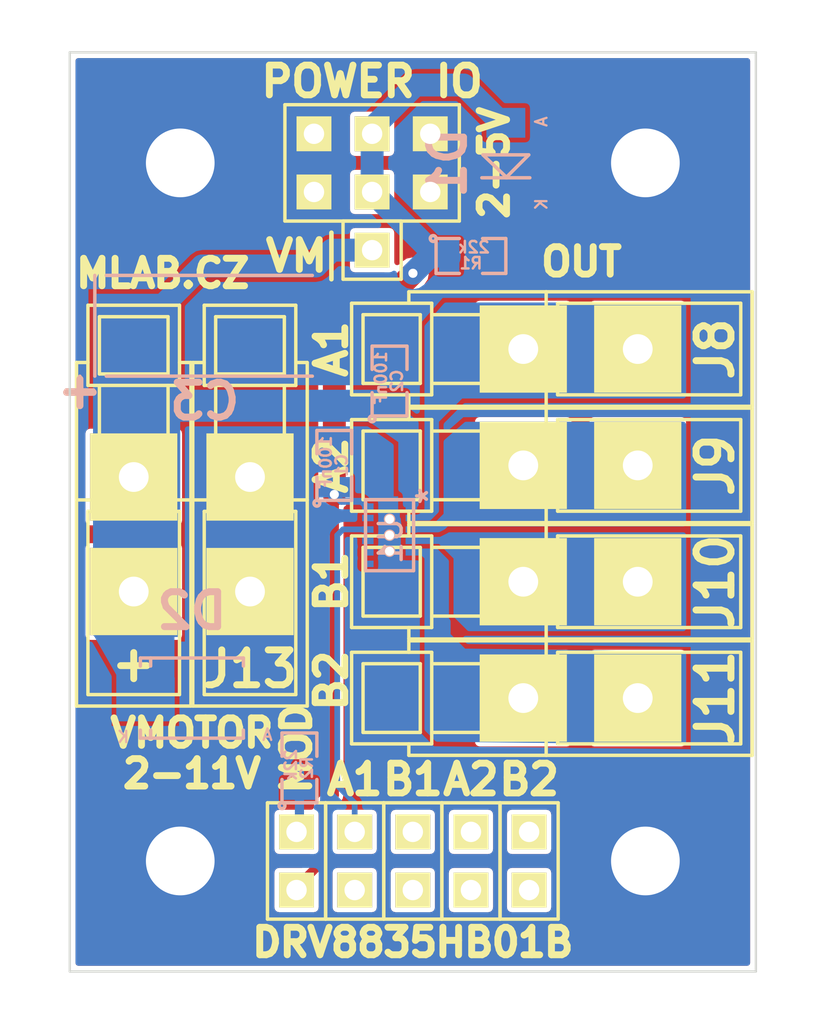
<source format=kicad_pcb>
(kicad_pcb (version 4) (host pcbnew "(2015-05-13 BZR 5653)-product")

  (general
    (links 55)
    (no_connects 13)
    (area 0.203999 -40.436001 30.276001 -0.203999)
    (thickness 1.6)
    (drawings 23)
    (tracks 36)
    (zones 0)
    (modules 25)
    (nets 13)
  )

  (page A4)
  (layers
    (0 F.Cu signal)
    (31 B.Cu signal)
    (32 B.Adhes user)
    (33 F.Adhes user)
    (34 B.Paste user)
    (35 F.Paste user)
    (36 B.SilkS user)
    (37 F.SilkS user)
    (38 B.Mask user)
    (39 F.Mask user)
    (40 Dwgs.User user)
    (41 Cmts.User user)
    (42 Eco1.User user)
    (43 Eco2.User user)
    (44 Edge.Cuts user)
    (45 Margin user)
    (46 B.CrtYd user)
    (47 F.CrtYd user)
    (48 B.Fab user)
    (49 F.Fab user)
  )

  (setup
    (last_trace_width 1)
    (user_trace_width 0.2)
    (user_trace_width 0.3)
    (user_trace_width 0.4)
    (user_trace_width 0.5)
    (user_trace_width 1)
    (trace_clearance 0.2)
    (zone_clearance 0.2)
    (zone_45_only no)
    (trace_min 0.2)
    (segment_width 0.2)
    (edge_width 0.1)
    (via_size 0.6)
    (via_drill 0.4)
    (via_min_size 0.4)
    (via_min_drill 0.3)
    (uvia_size 0.3)
    (uvia_drill 0.1)
    (uvias_allowed no)
    (uvia_min_size 0.2)
    (uvia_min_drill 0.1)
    (pcb_text_width 0.3)
    (pcb_text_size 1.5 1.5)
    (mod_edge_width 0.15)
    (mod_text_size 1 1)
    (mod_text_width 0.15)
    (pad_size 1.5 1.5)
    (pad_drill 0.6)
    (pad_to_mask_clearance 0)
    (aux_axis_origin 0 0)
    (visible_elements 7FFFFF7F)
    (pcbplotparams
      (layerselection 0x00030_80000001)
      (usegerberextensions false)
      (excludeedgelayer true)
      (linewidth 0.300000)
      (plotframeref false)
      (viasonmask false)
      (mode 1)
      (useauxorigin false)
      (hpglpennumber 1)
      (hpglpenspeed 20)
      (hpglpendiameter 15)
      (hpglpenoverlay 2)
      (psnegative false)
      (psa4output false)
      (plotreference true)
      (plotvalue true)
      (plotinvisibletext false)
      (padsonsilk false)
      (subtractmaskfromsilk false)
      (outputformat 1)
      (mirror false)
      (drillshape 1)
      (scaleselection 1)
      (outputdirectory ""))
  )

  (net 0 "")
  (net 1 VCC)
  (net 2 GND)
  (net 3 /VM)
  (net 4 /AIN1)
  (net 5 /AIN2)
  (net 6 /BIN1)
  (net 7 /BIN2)
  (net 8 "Net-(J7-Pad1)")
  (net 9 /AOUT1)
  (net 10 /AOUT2)
  (net 11 /BOUT1)
  (net 12 /BOUT2)

  (net_class Default "Toto je výchozí třída sítě."
    (clearance 0.2)
    (trace_width 0.25)
    (via_dia 0.6)
    (via_drill 0.4)
    (uvia_dia 0.3)
    (uvia_drill 0.1)
    (add_net /AIN1)
    (add_net /AIN2)
    (add_net /AOUT1)
    (add_net /AOUT2)
    (add_net /BIN1)
    (add_net /BIN2)
    (add_net /BOUT1)
    (add_net /BOUT2)
    (add_net /VM)
    (add_net GND)
    (add_net "Net-(J7-Pad1)")
    (add_net VCC)
  )

  (module Mlab_R:SMD-0805 (layer B.Cu) (tedit 54799E0C) (tstamp 568A44DD)
    (at 14.224 -26.035 90)
    (path /568A668C)
    (attr smd)
    (fp_text reference C2 (at 0 0.3175 90) (layer B.SilkS)
      (effects (font (size 0.50038 0.50038) (thickness 0.10922)) (justify mirror))
    )
    (fp_text value 100nF (at 0.127 -0.381 90) (layer B.SilkS)
      (effects (font (size 0.50038 0.50038) (thickness 0.10922)) (justify mirror))
    )
    (fp_circle (center -1.651 -0.762) (end -1.651 -0.635) (layer B.SilkS) (width 0.15))
    (fp_line (start -0.508 -0.762) (end -1.524 -0.762) (layer B.SilkS) (width 0.15))
    (fp_line (start -1.524 -0.762) (end -1.524 0.762) (layer B.SilkS) (width 0.15))
    (fp_line (start -1.524 0.762) (end -0.508 0.762) (layer B.SilkS) (width 0.15))
    (fp_line (start 0.508 0.762) (end 1.524 0.762) (layer B.SilkS) (width 0.15))
    (fp_line (start 1.524 0.762) (end 1.524 -0.762) (layer B.SilkS) (width 0.15))
    (fp_line (start 1.524 -0.762) (end 0.508 -0.762) (layer B.SilkS) (width 0.15))
    (pad 1 smd rect (at -0.9525 0 90) (size 0.889 1.397) (layers B.Cu B.Paste B.Mask)
      (net 3 /VM))
    (pad 2 smd rect (at 0.9525 0 90) (size 0.889 1.397) (layers B.Cu B.Paste B.Mask)
      (net 2 GND))
    (model MLAB_3D/Resistors/chip_cms.wrl
      (at (xyz 0 0 0))
      (scale (xyz 0.1 0.1 0.1))
      (rotate (xyz 0 0 0))
    )
  )

  (module Mlab_C:TantalC_SizeD_Reflow (layer B.Cu) (tedit 54BBE3ED) (tstamp 568A44E3)
    (at 6.35 -28.448)
    (descr "Tantal Cap. , Size D, EIA-7343, Reflow,")
    (tags "Tantal Cap. , Size D, EIA-7343, Reflow,")
    (path /568A6840)
    (attr smd)
    (fp_text reference C3 (at -0.20066 3.29946) (layer B.SilkS)
      (effects (font (thickness 0.3048)) (justify mirror))
    )
    (fp_text value 100uF (at -0.09906 -3.59918) (layer B.SilkS) hide
      (effects (font (thickness 0.3048)) (justify mirror))
    )
    (fp_line (start -5.00126 2.19964) (end -5.00126 -2.19964) (layer B.SilkS) (width 0.15))
    (fp_line (start -4.50088 -2.19964) (end 4.50088 -2.19964) (layer B.SilkS) (width 0.15))
    (fp_line (start 4.50088 2.19964) (end -4.50088 2.19964) (layer B.SilkS) (width 0.15))
    (fp_text user + (at -5.6515 2.79908) (layer B.SilkS)
      (effects (font (thickness 0.3048)) (justify mirror))
    )
    (fp_line (start -5.65404 3.302) (end -5.65404 2.20218) (layer B.SilkS) (width 0.15))
    (fp_line (start -6.25348 2.80162) (end -5.0546 2.80162) (layer B.SilkS) (width 0.15))
    (pad 2 smd rect (at 3.175 0) (size 2.55016 2.70002) (layers B.Cu B.Paste B.Mask)
      (net 2 GND))
    (pad 1 smd rect (at -3.175 0) (size 2.55016 2.70002) (layers B.Cu B.Paste B.Mask)
      (net 3 /VM))
    (model MLAB_3D/Capacitors/c_tant_D.wrl
      (at (xyz 0 0 0))
      (scale (xyz 1 1 1))
      (rotate (xyz 0 0 180))
    )
  )

  (module Mlab_D:Diode-MiniMELF_Standard (layer B.Cu) (tedit 547999ED) (tstamp 568A44E9)
    (at 19.304 -35.56 270)
    (descr "Diode Mini-MELF Standard")
    (tags "Diode Mini-MELF Standard")
    (path /568A4616)
    (attr smd)
    (fp_text reference D1 (at 0 2.54 270) (layer B.SilkS)
      (effects (font (thickness 0.3048)) (justify mirror))
    )
    (fp_text value BZV55C-5,6V (at 0 -3.81 270) (layer B.SilkS) hide
      (effects (font (thickness 0.3048)) (justify mirror))
    )
    (fp_line (start 0.65024 -0.0508) (end -0.35052 1.00076) (layer B.SilkS) (width 0.15))
    (fp_line (start -0.35052 1.00076) (end -0.35052 -1.00076) (layer B.SilkS) (width 0.15))
    (fp_line (start -0.35052 -1.00076) (end 0.65024 0) (layer B.SilkS) (width 0.15))
    (fp_line (start 0.65024 1.04902) (end 0.65024 -1.04902) (layer B.SilkS) (width 0.15))
    (fp_text user A (at -1.80086 -1.5494 270) (layer B.SilkS)
      (effects (font (size 0.50038 0.50038) (thickness 0.09906)) (justify mirror))
    )
    (fp_text user K (at 1.80086 -1.5494 270) (layer B.SilkS)
      (effects (font (size 0.50038 0.50038) (thickness 0.09906)) (justify mirror))
    )
    (fp_circle (center 0 0) (end 0 -0.55118) (layer B.Adhes) (width 0.381))
    (fp_circle (center 0 0) (end 0 -0.20066) (layer B.Adhes) (width 0.381))
    (pad 1 smd rect (at -1.75006 0 270) (size 1.30048 1.69926) (layers B.Cu B.Paste B.Mask)
      (net 1 VCC))
    (pad 2 smd rect (at 1.75006 0 270) (size 1.30048 1.69926) (layers B.Cu B.Paste B.Mask)
      (net 2 GND))
    (model MLAB_3D/Diodes/MiniMELF_DO213AA.wrl
      (at (xyz 0 0 0))
      (scale (xyz 0.3937 0.3937 0.3937))
      (rotate (xyz 0 0 0))
    )
  )

  (module Mlab_D:Diode-SMA_Standard (layer B.Cu) (tedit 54799A7E) (tstamp 568A44EF)
    (at 5.588 -12.192 180)
    (descr "Diode SMA")
    (tags "Diode SMA")
    (path /568A6E08)
    (attr smd)
    (fp_text reference D2 (at 0 3.81 180) (layer B.SilkS)
      (effects (font (thickness 0.3048)) (justify mirror))
    )
    (fp_text value M4 (at 0 -3.81 180) (layer B.SilkS) hide
      (effects (font (thickness 0.3048)) (justify mirror))
    )
    (fp_text user A (at -3.29946 -1.6002 180) (layer B.SilkS)
      (effects (font (size 0.50038 0.50038) (thickness 0.09906)) (justify mirror))
    )
    (fp_text user K (at 2.99974 -1.69926 180) (layer B.SilkS)
      (effects (font (size 0.50038 0.50038) (thickness 0.09906)) (justify mirror))
    )
    (fp_circle (center 0 0) (end 0.20066 0.0508) (layer B.Adhes) (width 0.381))
    (fp_line (start 1.80086 -1.75006) (end 1.80086 -1.39954) (layer B.SilkS) (width 0.15))
    (fp_line (start 1.80086 1.75006) (end 1.80086 1.39954) (layer B.SilkS) (width 0.15))
    (fp_line (start 2.25044 -1.75006) (end 2.25044 -1.39954) (layer B.SilkS) (width 0.15))
    (fp_line (start -2.25044 -1.75006) (end -2.25044 -1.39954) (layer B.SilkS) (width 0.15))
    (fp_line (start -2.25044 1.75006) (end -2.25044 1.39954) (layer B.SilkS) (width 0.15))
    (fp_line (start 2.25044 1.75006) (end 2.25044 1.39954) (layer B.SilkS) (width 0.15))
    (fp_line (start -2.25044 -1.75006) (end 2.25044 -1.75006) (layer B.SilkS) (width 0.15))
    (fp_line (start -2.25044 1.75006) (end 2.25044 1.75006) (layer B.SilkS) (width 0.15))
    (pad 1 smd rect (at -1.99898 0 180) (size 2.49936 1.80086) (layers B.Cu B.Paste B.Mask)
      (net 2 GND))
    (pad 2 smd rect (at 1.99898 0 180) (size 2.49936 1.80086) (layers B.Cu B.Paste B.Mask)
      (net 3 /VM))
    (model MLAB_3D/Diodes/SMA.wrl
      (at (xyz 0 0 0))
      (scale (xyz 0.3937 0.3937 0.3937))
      (rotate (xyz 0 0 0))
    )
  )

  (module Mlab_Pin_Headers:Straight_2x03 (layer F.Cu) (tedit 568A700B) (tstamp 568A44F9)
    (at 13.462 -35.56 90)
    (descr "pin header straight 2x03")
    (tags "pin header straight 2x03")
    (path /568A41E0)
    (fp_text reference J1 (at 0 -5.08 90) (layer F.SilkS) hide
      (effects (font (size 1.5 1.5) (thickness 0.15)))
    )
    (fp_text value JUMP_3X2 (at 0 5.08 90) (layer F.SilkS) hide
      (effects (font (size 1.5 1.5) (thickness 0.15)))
    )
    (fp_text user 1 (at -2.921 -2.54 90) (layer F.SilkS) hide
      (effects (font (size 0.5 0.5) (thickness 0.05)))
    )
    (fp_line (start -2.54 -3.81) (end 2.54 -3.81) (layer F.SilkS) (width 0.15))
    (fp_line (start 2.54 -3.81) (end 2.54 3.81) (layer F.SilkS) (width 0.15))
    (fp_line (start 2.54 3.81) (end -2.54 3.81) (layer F.SilkS) (width 0.15))
    (fp_line (start -2.54 3.81) (end -2.54 -3.81) (layer F.SilkS) (width 0.15))
    (pad 1 thru_hole rect (at -1.27 -2.54 90) (size 1.524 1.524) (drill 0.889) (layers *.Cu *.Mask F.SilkS)
      (net 2 GND))
    (pad 2 thru_hole rect (at 1.27 -2.54 90) (size 1.524 1.524) (drill 0.889) (layers *.Cu *.Mask F.SilkS)
      (net 2 GND))
    (pad 3 thru_hole rect (at -1.27 0 90) (size 1.524 1.524) (drill 0.889) (layers *.Cu *.Mask F.SilkS)
      (net 1 VCC))
    (pad 4 thru_hole rect (at 1.27 0 90) (size 1.524 1.524) (drill 0.889) (layers *.Cu *.Mask F.SilkS)
      (net 1 VCC))
    (pad 5 thru_hole rect (at -1.27 2.54 90) (size 1.524 1.524) (drill 0.889) (layers *.Cu *.Mask F.SilkS)
      (net 2 GND))
    (pad 6 thru_hole rect (at 1.27 2.54 90) (size 1.524 1.524) (drill 0.889) (layers *.Cu *.Mask F.SilkS)
      (net 2 GND))
    (model Pin_Headers/Pin_Header_Straight_2x03.wrl
      (at (xyz 0 0 0))
      (scale (xyz 1 1 1))
      (rotate (xyz 0 0 90))
    )
  )

  (module Mlab_Pin_Headers:Straight_2x01 (layer F.Cu) (tedit 5545E8D2) (tstamp 568A4504)
    (at 12.7 -5.08 90)
    (descr "pin header straight 2x01")
    (tags "pin header straight 2x01")
    (path /568A395F)
    (fp_text reference J3 (at 0 -2.54 90) (layer F.SilkS) hide
      (effects (font (size 1.5 1.5) (thickness 0.15)))
    )
    (fp_text value JUMP_2x1 (at 0 2.54 90) (layer F.SilkS) hide
      (effects (font (size 1.5 1.5) (thickness 0.15)))
    )
    (fp_line (start -2.54 -1.27) (end 2.54 -1.27) (layer F.SilkS) (width 0.15))
    (fp_line (start 2.54 -1.27) (end 2.54 1.27) (layer F.SilkS) (width 0.15))
    (fp_line (start 2.54 1.27) (end -2.54 1.27) (layer F.SilkS) (width 0.15))
    (fp_line (start -2.54 1.27) (end -2.54 -1.27) (layer F.SilkS) (width 0.15))
    (pad 1 thru_hole rect (at -1.27 0 90) (size 1.524 1.524) (drill 0.889) (layers *.Cu *.Mask F.SilkS)
      (net 4 /AIN1))
    (pad 2 thru_hole rect (at 1.27 0 90) (size 1.524 1.524) (drill 0.889) (layers *.Cu *.Mask F.SilkS)
      (net 4 /AIN1))
    (model Pin_Headers/Pin_Header_Straight_2x01.wrl
      (at (xyz 0 0 0))
      (scale (xyz 1 1 1))
      (rotate (xyz 0 0 90))
    )
  )

  (module Mlab_Pin_Headers:Straight_2x01 (layer F.Cu) (tedit 5545E8D2) (tstamp 568A450A)
    (at 17.78 -5.08 90)
    (descr "pin header straight 2x01")
    (tags "pin header straight 2x01")
    (path /568A3AB6)
    (fp_text reference J4 (at 0 -2.54 90) (layer F.SilkS) hide
      (effects (font (size 1.5 1.5) (thickness 0.15)))
    )
    (fp_text value JUMP_2x1 (at 0 2.54 90) (layer F.SilkS) hide
      (effects (font (size 1.5 1.5) (thickness 0.15)))
    )
    (fp_line (start -2.54 -1.27) (end 2.54 -1.27) (layer F.SilkS) (width 0.15))
    (fp_line (start 2.54 -1.27) (end 2.54 1.27) (layer F.SilkS) (width 0.15))
    (fp_line (start 2.54 1.27) (end -2.54 1.27) (layer F.SilkS) (width 0.15))
    (fp_line (start -2.54 1.27) (end -2.54 -1.27) (layer F.SilkS) (width 0.15))
    (pad 1 thru_hole rect (at -1.27 0 90) (size 1.524 1.524) (drill 0.889) (layers *.Cu *.Mask F.SilkS)
      (net 5 /AIN2))
    (pad 2 thru_hole rect (at 1.27 0 90) (size 1.524 1.524) (drill 0.889) (layers *.Cu *.Mask F.SilkS)
      (net 5 /AIN2))
    (model Pin_Headers/Pin_Header_Straight_2x01.wrl
      (at (xyz 0 0 0))
      (scale (xyz 1 1 1))
      (rotate (xyz 0 0 90))
    )
  )

  (module Mlab_Pin_Headers:Straight_2x01 (layer F.Cu) (tedit 5545E8D2) (tstamp 568A4510)
    (at 15.24 -5.08 90)
    (descr "pin header straight 2x01")
    (tags "pin header straight 2x01")
    (path /568A3ADE)
    (fp_text reference J5 (at 0 -2.54 90) (layer F.SilkS) hide
      (effects (font (size 1.5 1.5) (thickness 0.15)))
    )
    (fp_text value JUMP_2x1 (at 0 2.54 90) (layer F.SilkS) hide
      (effects (font (size 1.5 1.5) (thickness 0.15)))
    )
    (fp_line (start -2.54 -1.27) (end 2.54 -1.27) (layer F.SilkS) (width 0.15))
    (fp_line (start 2.54 -1.27) (end 2.54 1.27) (layer F.SilkS) (width 0.15))
    (fp_line (start 2.54 1.27) (end -2.54 1.27) (layer F.SilkS) (width 0.15))
    (fp_line (start -2.54 1.27) (end -2.54 -1.27) (layer F.SilkS) (width 0.15))
    (pad 1 thru_hole rect (at -1.27 0 90) (size 1.524 1.524) (drill 0.889) (layers *.Cu *.Mask F.SilkS)
      (net 6 /BIN1))
    (pad 2 thru_hole rect (at 1.27 0 90) (size 1.524 1.524) (drill 0.889) (layers *.Cu *.Mask F.SilkS)
      (net 6 /BIN1))
    (model Pin_Headers/Pin_Header_Straight_2x01.wrl
      (at (xyz 0 0 0))
      (scale (xyz 1 1 1))
      (rotate (xyz 0 0 90))
    )
  )

  (module Mlab_Pin_Headers:Straight_2x01 (layer F.Cu) (tedit 5545E8D2) (tstamp 568A4516)
    (at 20.32 -5.08 90)
    (descr "pin header straight 2x01")
    (tags "pin header straight 2x01")
    (path /568A3B04)
    (fp_text reference J6 (at 0 -2.54 90) (layer F.SilkS) hide
      (effects (font (size 1.5 1.5) (thickness 0.15)))
    )
    (fp_text value JUMP_2x1 (at 0 2.54 90) (layer F.SilkS) hide
      (effects (font (size 1.5 1.5) (thickness 0.15)))
    )
    (fp_line (start -2.54 -1.27) (end 2.54 -1.27) (layer F.SilkS) (width 0.15))
    (fp_line (start 2.54 -1.27) (end 2.54 1.27) (layer F.SilkS) (width 0.15))
    (fp_line (start 2.54 1.27) (end -2.54 1.27) (layer F.SilkS) (width 0.15))
    (fp_line (start -2.54 1.27) (end -2.54 -1.27) (layer F.SilkS) (width 0.15))
    (pad 1 thru_hole rect (at -1.27 0 90) (size 1.524 1.524) (drill 0.889) (layers *.Cu *.Mask F.SilkS)
      (net 7 /BIN2))
    (pad 2 thru_hole rect (at 1.27 0 90) (size 1.524 1.524) (drill 0.889) (layers *.Cu *.Mask F.SilkS)
      (net 7 /BIN2))
    (model Pin_Headers/Pin_Header_Straight_2x01.wrl
      (at (xyz 0 0 0))
      (scale (xyz 1 1 1))
      (rotate (xyz 0 0 90))
    )
  )

  (module Mlab_Pin_Headers:Straight_2x01 (layer F.Cu) (tedit 5545E8D2) (tstamp 568A451C)
    (at 10.16 -5.08 270)
    (descr "pin header straight 2x01")
    (tags "pin header straight 2x01")
    (path /568A534D)
    (fp_text reference J7 (at 0 -2.54 270) (layer F.SilkS) hide
      (effects (font (size 1.5 1.5) (thickness 0.15)))
    )
    (fp_text value JUMP2_2x1 (at 0 2.54 270) (layer F.SilkS) hide
      (effects (font (size 1.5 1.5) (thickness 0.15)))
    )
    (fp_line (start -2.54 -1.27) (end 2.54 -1.27) (layer F.SilkS) (width 0.15))
    (fp_line (start 2.54 -1.27) (end 2.54 1.27) (layer F.SilkS) (width 0.15))
    (fp_line (start 2.54 1.27) (end -2.54 1.27) (layer F.SilkS) (width 0.15))
    (fp_line (start -2.54 1.27) (end -2.54 -1.27) (layer F.SilkS) (width 0.15))
    (pad 1 thru_hole rect (at -1.27 0 270) (size 1.524 1.524) (drill 0.889) (layers *.Cu *.Mask F.SilkS)
      (net 8 "Net-(J7-Pad1)"))
    (pad 2 thru_hole rect (at 1.27 0 270) (size 1.524 1.524) (drill 0.889) (layers *.Cu *.Mask F.SilkS)
      (net 1 VCC))
    (model Pin_Headers/Pin_Header_Straight_2x01.wrl
      (at (xyz 0 0 0))
      (scale (xyz 1 1 1))
      (rotate (xyz 0 0 90))
    )
  )

  (module Mlab_Con:WAGO256 (layer F.Cu) (tedit 564C6037) (tstamp 568A4522)
    (at 22.606 -27.432 180)
    (descr "WAGO-Series 236, 2Stift, 1pol, RM 5mm,")
    (tags "WAGO-Series 236, 2Stift, 1pol, RM 5mm, Anreibare Leiterplattenklemme")
    (path /568A344A)
    (fp_text reference J8 (at -5.842 0 270) (layer F.SilkS)
      (effects (font (thickness 0.3048)))
    )
    (fp_text value WAGO256 (at 0.254 4.064 180) (layer F.SilkS) hide
      (effects (font (thickness 0.3048)))
    )
    (fp_line (start 7.54 2.5) (end 7.54 2) (layer F.SilkS) (width 0.15))
    (fp_line (start 7.54 -2) (end 7.54 -2.5) (layer F.SilkS) (width 0.15))
    (fp_line (start 1.54 2.5001) (end 1.54 -2.5001) (layer F.SilkS) (width 0.15))
    (fp_line (start -7.46 2.5001) (end -7.46 -2.5001) (layer F.SilkS) (width 0.15))
    (fp_line (start 9.54 1.501) (end 9.54 -1.501) (layer F.SilkS) (width 0.15))
    (fp_line (start 7.0401 1.501) (end 7.0401 -1.501) (layer F.SilkS) (width 0.15))
    (fp_line (start 10.0401 -2) (end 10.0401 2) (layer F.SilkS) (width 0.15))
    (fp_line (start 6.54 -2) (end 6.54 2) (layer F.SilkS) (width 0.15))
    (fp_line (start 3.54 1.5001) (end 3.54 -1.5001) (layer F.SilkS) (width 0.15))
    (fp_line (start 1.0399 -2) (end 1.0399 2) (layer F.SilkS) (width 0.15))
    (fp_line (start -6.9601 2) (end -6.9601 -2) (layer F.SilkS) (width 0.15))
    (fp_line (start 1.0399 1) (end 1.54 1) (layer F.SilkS) (width 0.15))
    (fp_line (start 7.0401 1.5) (end 9.54 1.5) (layer F.SilkS) (width 0.15))
    (fp_line (start 6.54 2) (end 10.0401 2) (layer F.SilkS) (width 0.15))
    (fp_line (start 1.0399 -1) (end 1.54 -1) (layer F.SilkS) (width 0.15))
    (fp_line (start 7.0401 -1.5) (end 9.54 -1.5) (layer F.SilkS) (width 0.15))
    (fp_line (start 6.54 -2) (end 10.041 -2) (layer F.SilkS) (width 0.15))
    (fp_line (start 3.54 1.5) (end 6.54 1.5) (layer F.SilkS) (width 0.15))
    (fp_line (start -6.9601 2) (end 1.0399 2) (layer F.SilkS) (width 0.15))
    (fp_line (start 1.54 2.5) (end 7.54 2.5) (layer F.SilkS) (width 0.15))
    (fp_line (start 3.54 -1.5) (end 6.54 -1.5) (layer F.SilkS) (width 0.15))
    (fp_line (start -6.9601 -2) (end 1.0399 -2) (layer F.SilkS) (width 0.15))
    (fp_line (start 1.54 -2.5) (end 7.54 -2.5) (layer F.SilkS) (width 0.15))
    (fp_line (start 1.54 2.5) (end -7.46 2.5) (layer F.SilkS) (width 0.15))
    (fp_line (start -7.46 -2.5) (end 1.54 -2.5) (layer F.SilkS) (width 0.15))
    (pad 1 thru_hole rect (at -2.46 0 270) (size 3.81 3.81) (drill 1.3) (layers *.Cu *.Mask F.SilkS)
      (net 9 /AOUT1))
    (pad 1 thru_hole rect (at 2.54 0 270) (size 3.81 3.81) (drill 1.3) (layers *.Cu *.Mask F.SilkS)
      (net 9 /AOUT1))
  )

  (module Mlab_Con:WAGO256 (layer F.Cu) (tedit 564C6037) (tstamp 568A4528)
    (at 22.606 -22.352 180)
    (descr "WAGO-Series 236, 2Stift, 1pol, RM 5mm,")
    (tags "WAGO-Series 236, 2Stift, 1pol, RM 5mm, Anreibare Leiterplattenklemme")
    (path /568A3515)
    (fp_text reference J9 (at -5.842 0 270) (layer F.SilkS)
      (effects (font (thickness 0.3048)))
    )
    (fp_text value WAGO256 (at 0.254 4.064 180) (layer F.SilkS) hide
      (effects (font (thickness 0.3048)))
    )
    (fp_line (start 7.54 2.5) (end 7.54 2) (layer F.SilkS) (width 0.15))
    (fp_line (start 7.54 -2) (end 7.54 -2.5) (layer F.SilkS) (width 0.15))
    (fp_line (start 1.54 2.5001) (end 1.54 -2.5001) (layer F.SilkS) (width 0.15))
    (fp_line (start -7.46 2.5001) (end -7.46 -2.5001) (layer F.SilkS) (width 0.15))
    (fp_line (start 9.54 1.501) (end 9.54 -1.501) (layer F.SilkS) (width 0.15))
    (fp_line (start 7.0401 1.501) (end 7.0401 -1.501) (layer F.SilkS) (width 0.15))
    (fp_line (start 10.0401 -2) (end 10.0401 2) (layer F.SilkS) (width 0.15))
    (fp_line (start 6.54 -2) (end 6.54 2) (layer F.SilkS) (width 0.15))
    (fp_line (start 3.54 1.5001) (end 3.54 -1.5001) (layer F.SilkS) (width 0.15))
    (fp_line (start 1.0399 -2) (end 1.0399 2) (layer F.SilkS) (width 0.15))
    (fp_line (start -6.9601 2) (end -6.9601 -2) (layer F.SilkS) (width 0.15))
    (fp_line (start 1.0399 1) (end 1.54 1) (layer F.SilkS) (width 0.15))
    (fp_line (start 7.0401 1.5) (end 9.54 1.5) (layer F.SilkS) (width 0.15))
    (fp_line (start 6.54 2) (end 10.0401 2) (layer F.SilkS) (width 0.15))
    (fp_line (start 1.0399 -1) (end 1.54 -1) (layer F.SilkS) (width 0.15))
    (fp_line (start 7.0401 -1.5) (end 9.54 -1.5) (layer F.SilkS) (width 0.15))
    (fp_line (start 6.54 -2) (end 10.041 -2) (layer F.SilkS) (width 0.15))
    (fp_line (start 3.54 1.5) (end 6.54 1.5) (layer F.SilkS) (width 0.15))
    (fp_line (start -6.9601 2) (end 1.0399 2) (layer F.SilkS) (width 0.15))
    (fp_line (start 1.54 2.5) (end 7.54 2.5) (layer F.SilkS) (width 0.15))
    (fp_line (start 3.54 -1.5) (end 6.54 -1.5) (layer F.SilkS) (width 0.15))
    (fp_line (start -6.9601 -2) (end 1.0399 -2) (layer F.SilkS) (width 0.15))
    (fp_line (start 1.54 -2.5) (end 7.54 -2.5) (layer F.SilkS) (width 0.15))
    (fp_line (start 1.54 2.5) (end -7.46 2.5) (layer F.SilkS) (width 0.15))
    (fp_line (start -7.46 -2.5) (end 1.54 -2.5) (layer F.SilkS) (width 0.15))
    (pad 1 thru_hole rect (at -2.46 0 270) (size 3.81 3.81) (drill 1.3) (layers *.Cu *.Mask F.SilkS)
      (net 10 /AOUT2))
    (pad 1 thru_hole rect (at 2.54 0 270) (size 3.81 3.81) (drill 1.3) (layers *.Cu *.Mask F.SilkS)
      (net 10 /AOUT2))
  )

  (module Mlab_Con:WAGO256 (layer F.Cu) (tedit 564C6037) (tstamp 568A452E)
    (at 22.606 -17.272 180)
    (descr "WAGO-Series 236, 2Stift, 1pol, RM 5mm,")
    (tags "WAGO-Series 236, 2Stift, 1pol, RM 5mm, Anreibare Leiterplattenklemme")
    (path /568A3533)
    (fp_text reference J10 (at -5.842 0 270) (layer F.SilkS)
      (effects (font (thickness 0.3048)))
    )
    (fp_text value WAGO256 (at 0.254 4.064 180) (layer F.SilkS) hide
      (effects (font (thickness 0.3048)))
    )
    (fp_line (start 7.54 2.5) (end 7.54 2) (layer F.SilkS) (width 0.15))
    (fp_line (start 7.54 -2) (end 7.54 -2.5) (layer F.SilkS) (width 0.15))
    (fp_line (start 1.54 2.5001) (end 1.54 -2.5001) (layer F.SilkS) (width 0.15))
    (fp_line (start -7.46 2.5001) (end -7.46 -2.5001) (layer F.SilkS) (width 0.15))
    (fp_line (start 9.54 1.501) (end 9.54 -1.501) (layer F.SilkS) (width 0.15))
    (fp_line (start 7.0401 1.501) (end 7.0401 -1.501) (layer F.SilkS) (width 0.15))
    (fp_line (start 10.0401 -2) (end 10.0401 2) (layer F.SilkS) (width 0.15))
    (fp_line (start 6.54 -2) (end 6.54 2) (layer F.SilkS) (width 0.15))
    (fp_line (start 3.54 1.5001) (end 3.54 -1.5001) (layer F.SilkS) (width 0.15))
    (fp_line (start 1.0399 -2) (end 1.0399 2) (layer F.SilkS) (width 0.15))
    (fp_line (start -6.9601 2) (end -6.9601 -2) (layer F.SilkS) (width 0.15))
    (fp_line (start 1.0399 1) (end 1.54 1) (layer F.SilkS) (width 0.15))
    (fp_line (start 7.0401 1.5) (end 9.54 1.5) (layer F.SilkS) (width 0.15))
    (fp_line (start 6.54 2) (end 10.0401 2) (layer F.SilkS) (width 0.15))
    (fp_line (start 1.0399 -1) (end 1.54 -1) (layer F.SilkS) (width 0.15))
    (fp_line (start 7.0401 -1.5) (end 9.54 -1.5) (layer F.SilkS) (width 0.15))
    (fp_line (start 6.54 -2) (end 10.041 -2) (layer F.SilkS) (width 0.15))
    (fp_line (start 3.54 1.5) (end 6.54 1.5) (layer F.SilkS) (width 0.15))
    (fp_line (start -6.9601 2) (end 1.0399 2) (layer F.SilkS) (width 0.15))
    (fp_line (start 1.54 2.5) (end 7.54 2.5) (layer F.SilkS) (width 0.15))
    (fp_line (start 3.54 -1.5) (end 6.54 -1.5) (layer F.SilkS) (width 0.15))
    (fp_line (start -6.9601 -2) (end 1.0399 -2) (layer F.SilkS) (width 0.15))
    (fp_line (start 1.54 -2.5) (end 7.54 -2.5) (layer F.SilkS) (width 0.15))
    (fp_line (start 1.54 2.5) (end -7.46 2.5) (layer F.SilkS) (width 0.15))
    (fp_line (start -7.46 -2.5) (end 1.54 -2.5) (layer F.SilkS) (width 0.15))
    (pad 1 thru_hole rect (at -2.46 0 270) (size 3.81 3.81) (drill 1.3) (layers *.Cu *.Mask F.SilkS)
      (net 11 /BOUT1))
    (pad 1 thru_hole rect (at 2.54 0 270) (size 3.81 3.81) (drill 1.3) (layers *.Cu *.Mask F.SilkS)
      (net 11 /BOUT1))
  )

  (module Mlab_Con:WAGO256 (layer F.Cu) (tedit 564C6037) (tstamp 568A4534)
    (at 22.606 -12.192 180)
    (descr "WAGO-Series 236, 2Stift, 1pol, RM 5mm,")
    (tags "WAGO-Series 236, 2Stift, 1pol, RM 5mm, Anreibare Leiterplattenklemme")
    (path /568A3553)
    (fp_text reference J11 (at -5.842 0 270) (layer F.SilkS)
      (effects (font (thickness 0.3048)))
    )
    (fp_text value WAGO256 (at 0.254 4.064 180) (layer F.SilkS) hide
      (effects (font (thickness 0.3048)))
    )
    (fp_line (start 7.54 2.5) (end 7.54 2) (layer F.SilkS) (width 0.15))
    (fp_line (start 7.54 -2) (end 7.54 -2.5) (layer F.SilkS) (width 0.15))
    (fp_line (start 1.54 2.5001) (end 1.54 -2.5001) (layer F.SilkS) (width 0.15))
    (fp_line (start -7.46 2.5001) (end -7.46 -2.5001) (layer F.SilkS) (width 0.15))
    (fp_line (start 9.54 1.501) (end 9.54 -1.501) (layer F.SilkS) (width 0.15))
    (fp_line (start 7.0401 1.501) (end 7.0401 -1.501) (layer F.SilkS) (width 0.15))
    (fp_line (start 10.0401 -2) (end 10.0401 2) (layer F.SilkS) (width 0.15))
    (fp_line (start 6.54 -2) (end 6.54 2) (layer F.SilkS) (width 0.15))
    (fp_line (start 3.54 1.5001) (end 3.54 -1.5001) (layer F.SilkS) (width 0.15))
    (fp_line (start 1.0399 -2) (end 1.0399 2) (layer F.SilkS) (width 0.15))
    (fp_line (start -6.9601 2) (end -6.9601 -2) (layer F.SilkS) (width 0.15))
    (fp_line (start 1.0399 1) (end 1.54 1) (layer F.SilkS) (width 0.15))
    (fp_line (start 7.0401 1.5) (end 9.54 1.5) (layer F.SilkS) (width 0.15))
    (fp_line (start 6.54 2) (end 10.0401 2) (layer F.SilkS) (width 0.15))
    (fp_line (start 1.0399 -1) (end 1.54 -1) (layer F.SilkS) (width 0.15))
    (fp_line (start 7.0401 -1.5) (end 9.54 -1.5) (layer F.SilkS) (width 0.15))
    (fp_line (start 6.54 -2) (end 10.041 -2) (layer F.SilkS) (width 0.15))
    (fp_line (start 3.54 1.5) (end 6.54 1.5) (layer F.SilkS) (width 0.15))
    (fp_line (start -6.9601 2) (end 1.0399 2) (layer F.SilkS) (width 0.15))
    (fp_line (start 1.54 2.5) (end 7.54 2.5) (layer F.SilkS) (width 0.15))
    (fp_line (start 3.54 -1.5) (end 6.54 -1.5) (layer F.SilkS) (width 0.15))
    (fp_line (start -6.9601 -2) (end 1.0399 -2) (layer F.SilkS) (width 0.15))
    (fp_line (start 1.54 -2.5) (end 7.54 -2.5) (layer F.SilkS) (width 0.15))
    (fp_line (start 1.54 2.5) (end -7.46 2.5) (layer F.SilkS) (width 0.15))
    (fp_line (start -7.46 -2.5) (end 1.54 -2.5) (layer F.SilkS) (width 0.15))
    (pad 1 thru_hole rect (at -2.46 0 270) (size 3.81 3.81) (drill 1.3) (layers *.Cu *.Mask F.SilkS)
      (net 12 /BOUT2))
    (pad 1 thru_hole rect (at 2.54 0 270) (size 3.81 3.81) (drill 1.3) (layers *.Cu *.Mask F.SilkS)
      (net 12 /BOUT2))
  )

  (module Mlab_Con:WAGO256 (layer F.Cu) (tedit 568A7239) (tstamp 568A453A)
    (at 3.048 -19.304 90)
    (descr "WAGO-Series 236, 2Stift, 1pol, RM 5mm,")
    (tags "WAGO-Series 236, 2Stift, 1pol, RM 5mm, Anreibare Leiterplattenklemme")
    (path /568A62FA)
    (fp_text reference J12 (at -5.842 0 180) (layer F.SilkS) hide
      (effects (font (thickness 0.3048)))
    )
    (fp_text value WAGO256 (at 0.254 4.064 90) (layer F.SilkS) hide
      (effects (font (thickness 0.3048)))
    )
    (fp_line (start 7.54 2.5) (end 7.54 2) (layer F.SilkS) (width 0.15))
    (fp_line (start 7.54 -2) (end 7.54 -2.5) (layer F.SilkS) (width 0.15))
    (fp_line (start 1.54 2.5001) (end 1.54 -2.5001) (layer F.SilkS) (width 0.15))
    (fp_line (start -7.46 2.5001) (end -7.46 -2.5001) (layer F.SilkS) (width 0.15))
    (fp_line (start 9.54 1.501) (end 9.54 -1.501) (layer F.SilkS) (width 0.15))
    (fp_line (start 7.0401 1.501) (end 7.0401 -1.501) (layer F.SilkS) (width 0.15))
    (fp_line (start 10.0401 -2) (end 10.0401 2) (layer F.SilkS) (width 0.15))
    (fp_line (start 6.54 -2) (end 6.54 2) (layer F.SilkS) (width 0.15))
    (fp_line (start 3.54 1.5001) (end 3.54 -1.5001) (layer F.SilkS) (width 0.15))
    (fp_line (start 1.0399 -2) (end 1.0399 2) (layer F.SilkS) (width 0.15))
    (fp_line (start -6.9601 2) (end -6.9601 -2) (layer F.SilkS) (width 0.15))
    (fp_line (start 1.0399 1) (end 1.54 1) (layer F.SilkS) (width 0.15))
    (fp_line (start 7.0401 1.5) (end 9.54 1.5) (layer F.SilkS) (width 0.15))
    (fp_line (start 6.54 2) (end 10.0401 2) (layer F.SilkS) (width 0.15))
    (fp_line (start 1.0399 -1) (end 1.54 -1) (layer F.SilkS) (width 0.15))
    (fp_line (start 7.0401 -1.5) (end 9.54 -1.5) (layer F.SilkS) (width 0.15))
    (fp_line (start 6.54 -2) (end 10.041 -2) (layer F.SilkS) (width 0.15))
    (fp_line (start 3.54 1.5) (end 6.54 1.5) (layer F.SilkS) (width 0.15))
    (fp_line (start -6.9601 2) (end 1.0399 2) (layer F.SilkS) (width 0.15))
    (fp_line (start 1.54 2.5) (end 7.54 2.5) (layer F.SilkS) (width 0.15))
    (fp_line (start 3.54 -1.5) (end 6.54 -1.5) (layer F.SilkS) (width 0.15))
    (fp_line (start -6.9601 -2) (end 1.0399 -2) (layer F.SilkS) (width 0.15))
    (fp_line (start 1.54 -2.5) (end 7.54 -2.5) (layer F.SilkS) (width 0.15))
    (fp_line (start 1.54 2.5) (end -7.46 2.5) (layer F.SilkS) (width 0.15))
    (fp_line (start -7.46 -2.5) (end 1.54 -2.5) (layer F.SilkS) (width 0.15))
    (pad 1 thru_hole rect (at -2.46 0 180) (size 3.81 3.81) (drill 1.3) (layers *.Cu *.Mask F.SilkS)
      (net 3 /VM))
    (pad 1 thru_hole rect (at 2.54 0 180) (size 3.81 3.81) (drill 1.3) (layers *.Cu *.Mask F.SilkS)
      (net 3 /VM))
  )

  (module Mlab_Con:WAGO256 (layer F.Cu) (tedit 564C6037) (tstamp 568A4540)
    (at 8.128 -19.304 90)
    (descr "WAGO-Series 236, 2Stift, 1pol, RM 5mm,")
    (tags "WAGO-Series 236, 2Stift, 1pol, RM 5mm, Anreibare Leiterplattenklemme")
    (path /568A7369)
    (fp_text reference J13 (at -5.842 0 180) (layer F.SilkS)
      (effects (font (thickness 0.3048)))
    )
    (fp_text value WAGO256 (at 0.254 4.064 90) (layer F.SilkS) hide
      (effects (font (thickness 0.3048)))
    )
    (fp_line (start 7.54 2.5) (end 7.54 2) (layer F.SilkS) (width 0.15))
    (fp_line (start 7.54 -2) (end 7.54 -2.5) (layer F.SilkS) (width 0.15))
    (fp_line (start 1.54 2.5001) (end 1.54 -2.5001) (layer F.SilkS) (width 0.15))
    (fp_line (start -7.46 2.5001) (end -7.46 -2.5001) (layer F.SilkS) (width 0.15))
    (fp_line (start 9.54 1.501) (end 9.54 -1.501) (layer F.SilkS) (width 0.15))
    (fp_line (start 7.0401 1.501) (end 7.0401 -1.501) (layer F.SilkS) (width 0.15))
    (fp_line (start 10.0401 -2) (end 10.0401 2) (layer F.SilkS) (width 0.15))
    (fp_line (start 6.54 -2) (end 6.54 2) (layer F.SilkS) (width 0.15))
    (fp_line (start 3.54 1.5001) (end 3.54 -1.5001) (layer F.SilkS) (width 0.15))
    (fp_line (start 1.0399 -2) (end 1.0399 2) (layer F.SilkS) (width 0.15))
    (fp_line (start -6.9601 2) (end -6.9601 -2) (layer F.SilkS) (width 0.15))
    (fp_line (start 1.0399 1) (end 1.54 1) (layer F.SilkS) (width 0.15))
    (fp_line (start 7.0401 1.5) (end 9.54 1.5) (layer F.SilkS) (width 0.15))
    (fp_line (start 6.54 2) (end 10.0401 2) (layer F.SilkS) (width 0.15))
    (fp_line (start 1.0399 -1) (end 1.54 -1) (layer F.SilkS) (width 0.15))
    (fp_line (start 7.0401 -1.5) (end 9.54 -1.5) (layer F.SilkS) (width 0.15))
    (fp_line (start 6.54 -2) (end 10.041 -2) (layer F.SilkS) (width 0.15))
    (fp_line (start 3.54 1.5) (end 6.54 1.5) (layer F.SilkS) (width 0.15))
    (fp_line (start -6.9601 2) (end 1.0399 2) (layer F.SilkS) (width 0.15))
    (fp_line (start 1.54 2.5) (end 7.54 2.5) (layer F.SilkS) (width 0.15))
    (fp_line (start 3.54 -1.5) (end 6.54 -1.5) (layer F.SilkS) (width 0.15))
    (fp_line (start -6.9601 -2) (end 1.0399 -2) (layer F.SilkS) (width 0.15))
    (fp_line (start 1.54 -2.5) (end 7.54 -2.5) (layer F.SilkS) (width 0.15))
    (fp_line (start 1.54 2.5) (end -7.46 2.5) (layer F.SilkS) (width 0.15))
    (fp_line (start -7.46 -2.5) (end 1.54 -2.5) (layer F.SilkS) (width 0.15))
    (pad 1 thru_hole rect (at -2.46 0 180) (size 3.81 3.81) (drill 1.3) (layers *.Cu *.Mask F.SilkS)
      (net 2 GND))
    (pad 1 thru_hole rect (at 2.54 0 180) (size 3.81 3.81) (drill 1.3) (layers *.Cu *.Mask F.SilkS)
      (net 2 GND))
  )

  (module Mlab_Mechanical:MountingHole_3mm placed (layer F.Cu) (tedit 5535DB2C) (tstamp 568A4545)
    (at 5.08 -35.56)
    (descr "Mounting hole, Befestigungsbohrung, 3mm, No Annular, Kein Restring,")
    (tags "Mounting hole, Befestigungsbohrung, 3mm, No Annular, Kein Restring,")
    (path /568A8657)
    (fp_text reference M1 (at 0 -4.191) (layer F.SilkS) hide
      (effects (font (thickness 0.3048)))
    )
    (fp_text value HOLE (at 0 4.191) (layer F.SilkS) hide
      (effects (font (thickness 0.3048)))
    )
    (fp_circle (center 0 0) (end 2.99974 0) (layer Cmts.User) (width 0.381))
    (pad 1 thru_hole circle (at 0 0) (size 6 6) (drill 3) (layers *.Cu *.Adhes *.Mask)
      (net 2 GND) (clearance 1) (zone_connect 2))
  )

  (module Mlab_Mechanical:MountingHole_3mm placed (layer F.Cu) (tedit 5535DB2C) (tstamp 568A454A)
    (at 25.4 -5.08)
    (descr "Mounting hole, Befestigungsbohrung, 3mm, No Annular, Kein Restring,")
    (tags "Mounting hole, Befestigungsbohrung, 3mm, No Annular, Kein Restring,")
    (path /568A8954)
    (fp_text reference M2 (at 0 -4.191) (layer F.SilkS) hide
      (effects (font (thickness 0.3048)))
    )
    (fp_text value HOLE (at 0 4.191) (layer F.SilkS) hide
      (effects (font (thickness 0.3048)))
    )
    (fp_circle (center 0 0) (end 2.99974 0) (layer Cmts.User) (width 0.381))
    (pad 1 thru_hole circle (at 0 0) (size 6 6) (drill 3) (layers *.Cu *.Adhes *.Mask)
      (net 2 GND) (clearance 1) (zone_connect 2))
  )

  (module Mlab_Mechanical:MountingHole_3mm placed (layer F.Cu) (tedit 5535DB2C) (tstamp 568A454F)
    (at 5.08 -5.08)
    (descr "Mounting hole, Befestigungsbohrung, 3mm, No Annular, Kein Restring,")
    (tags "Mounting hole, Befestigungsbohrung, 3mm, No Annular, Kein Restring,")
    (path /568A89B8)
    (fp_text reference M3 (at 0 -4.191) (layer F.SilkS) hide
      (effects (font (thickness 0.3048)))
    )
    (fp_text value HOLE (at 0 4.191) (layer F.SilkS) hide
      (effects (font (thickness 0.3048)))
    )
    (fp_circle (center 0 0) (end 2.99974 0) (layer Cmts.User) (width 0.381))
    (pad 1 thru_hole circle (at 0 0) (size 6 6) (drill 3) (layers *.Cu *.Adhes *.Mask)
      (net 2 GND) (clearance 1) (zone_connect 2))
  )

  (module Mlab_Mechanical:MountingHole_3mm placed (layer F.Cu) (tedit 5535DB2C) (tstamp 568A4554)
    (at 25.4 -35.56)
    (descr "Mounting hole, Befestigungsbohrung, 3mm, No Annular, Kein Restring,")
    (tags "Mounting hole, Befestigungsbohrung, 3mm, No Annular, Kein Restring,")
    (path /568A8A2C)
    (fp_text reference M4 (at 0 -4.191) (layer F.SilkS) hide
      (effects (font (thickness 0.3048)))
    )
    (fp_text value HOLE (at 0 4.191) (layer F.SilkS) hide
      (effects (font (thickness 0.3048)))
    )
    (fp_circle (center 0 0) (end 2.99974 0) (layer Cmts.User) (width 0.381))
    (pad 1 thru_hole circle (at 0 0) (size 6 6) (drill 3) (layers *.Cu *.Adhes *.Mask)
      (net 2 GND) (clearance 1) (zone_connect 2))
  )

  (module Mlab_R:SMD-0805 (layer B.Cu) (tedit 54799E0C) (tstamp 568A455A)
    (at 17.78 -31.496)
    (path /568A4BD0)
    (attr smd)
    (fp_text reference R1 (at 0 0.3175) (layer B.SilkS)
      (effects (font (size 0.50038 0.50038) (thickness 0.10922)) (justify mirror))
    )
    (fp_text value 22k (at 0.127 -0.381) (layer B.SilkS)
      (effects (font (size 0.50038 0.50038) (thickness 0.10922)) (justify mirror))
    )
    (fp_circle (center -1.651 -0.762) (end -1.651 -0.635) (layer B.SilkS) (width 0.15))
    (fp_line (start -0.508 -0.762) (end -1.524 -0.762) (layer B.SilkS) (width 0.15))
    (fp_line (start -1.524 -0.762) (end -1.524 0.762) (layer B.SilkS) (width 0.15))
    (fp_line (start -1.524 0.762) (end -0.508 0.762) (layer B.SilkS) (width 0.15))
    (fp_line (start 0.508 0.762) (end 1.524 0.762) (layer B.SilkS) (width 0.15))
    (fp_line (start 1.524 0.762) (end 1.524 -0.762) (layer B.SilkS) (width 0.15))
    (fp_line (start 1.524 -0.762) (end 0.508 -0.762) (layer B.SilkS) (width 0.15))
    (pad 1 smd rect (at -0.9525 0) (size 0.889 1.397) (layers B.Cu B.Paste B.Mask)
      (net 1 VCC))
    (pad 2 smd rect (at 0.9525 0) (size 0.889 1.397) (layers B.Cu B.Paste B.Mask)
      (net 2 GND))
    (model MLAB_3D/Resistors/chip_cms.wrl
      (at (xyz 0 0 0))
      (scale (xyz 0.1 0.1 0.1))
      (rotate (xyz 0 0 0))
    )
  )

  (module Mlab_R:SMD-0805 (layer B.Cu) (tedit 54799E0C) (tstamp 568A4560)
    (at 10.287 -9.144 90)
    (path /568A5566)
    (attr smd)
    (fp_text reference R2 (at 0 0.3175 90) (layer B.SilkS)
      (effects (font (size 0.50038 0.50038) (thickness 0.10922)) (justify mirror))
    )
    (fp_text value 22k (at 0.127 -0.381 90) (layer B.SilkS)
      (effects (font (size 0.50038 0.50038) (thickness 0.10922)) (justify mirror))
    )
    (fp_circle (center -1.651 -0.762) (end -1.651 -0.635) (layer B.SilkS) (width 0.15))
    (fp_line (start -0.508 -0.762) (end -1.524 -0.762) (layer B.SilkS) (width 0.15))
    (fp_line (start -1.524 -0.762) (end -1.524 0.762) (layer B.SilkS) (width 0.15))
    (fp_line (start -1.524 0.762) (end -0.508 0.762) (layer B.SilkS) (width 0.15))
    (fp_line (start 0.508 0.762) (end 1.524 0.762) (layer B.SilkS) (width 0.15))
    (fp_line (start 1.524 0.762) (end 1.524 -0.762) (layer B.SilkS) (width 0.15))
    (fp_line (start 1.524 -0.762) (end 0.508 -0.762) (layer B.SilkS) (width 0.15))
    (pad 1 smd rect (at -0.9525 0 90) (size 0.889 1.397) (layers B.Cu B.Paste B.Mask)
      (net 8 "Net-(J7-Pad1)"))
    (pad 2 smd rect (at 0.9525 0 90) (size 0.889 1.397) (layers B.Cu B.Paste B.Mask)
      (net 2 GND))
    (model MLAB_3D/Resistors/chip_cms.wrl
      (at (xyz 0 0 0))
      (scale (xyz 0.1 0.1 0.1))
      (rotate (xyz 0 0 0))
    )
  )

  (module Mlab_IO:WSON-12 (layer B.Cu) (tedit 568A48AE) (tstamp 568A457A)
    (at 14.224 -19.304 270)
    (descr "WSON 12")
    (tags DRV8835)
    (path /568A36A7)
    (fp_text reference U1 (at 0.254 -0.0508 270) (layer B.SilkS)
      (effects (font (size 1 1) (thickness 0.15)) (justify mirror))
    )
    (fp_text value DRV8835 (at 0.1651 2.0574 270) (layer B.Fab) hide
      (effects (font (size 1 1) (thickness 0.15)) (justify mirror))
    )
    (fp_text user * (at -1.7145 -1.7272 270) (layer B.SilkS)
      (effects (font (size 1 1) (thickness 0.15)) (justify mirror))
    )
    (fp_line (start -1.55 1.05) (end 1.55 1.05) (layer B.SilkS) (width 0.15))
    (fp_line (start 1.55 1.05) (end 1.55 -1.05) (layer B.SilkS) (width 0.15))
    (fp_line (start 1.55 -1.05) (end -1.55 -1.05) (layer B.SilkS) (width 0.15))
    (fp_line (start -1.55 -1.05) (end -1.55 1.05) (layer B.SilkS) (width 0.15))
    (pad 1 smd trapezoid (at -1.25 -0.95 270) (size 0.28 0.5) (layers B.Cu B.Paste B.Mask)
      (net 3 /VM))
    (pad 2 smd trapezoid (at -0.75 -0.95 270) (size 0.28 0.5) (layers B.Cu B.Paste B.Mask)
      (net 9 /AOUT1))
    (pad 3 smd trapezoid (at -0.25 -0.95 270) (size 0.28 0.5) (layers B.Cu B.Paste B.Mask)
      (net 10 /AOUT2))
    (pad 4 smd trapezoid (at 0.25 -0.95 270) (size 0.28 0.5) (layers B.Cu B.Paste B.Mask)
      (net 11 /BOUT1))
    (pad 5 smd trapezoid (at 0.75 -0.95 270) (size 0.28 0.5) (layers B.Cu B.Paste B.Mask)
      (net 12 /BOUT2))
    (pad 6 smd trapezoid (at 1.25 -0.95 270) (size 0.28 0.5) (layers B.Cu B.Paste B.Mask)
      (net 2 GND))
    (pad 7 smd trapezoid (at 1.25 0.95 270) (size 0.28 0.5) (layers B.Cu B.Paste B.Mask)
      (net 7 /BIN2))
    (pad 8 smd trapezoid (at 0.75 0.95 270) (size 0.28 0.5) (layers B.Cu B.Paste B.Mask)
      (net 6 /BIN1))
    (pad 9 smd trapezoid (at 0.25 0.95 270) (size 0.28 0.5) (layers B.Cu B.Paste B.Mask)
      (net 5 /AIN2))
    (pad 10 smd trapezoid (at -0.25 0.95 270) (size 0.28 0.5) (layers B.Cu B.Paste B.Mask)
      (net 4 /AIN1))
    (pad 11 smd trapezoid (at -0.75 0.95 270) (size 0.28 0.5) (layers B.Cu B.Paste B.Mask)
      (net 8 "Net-(J7-Pad1)"))
    (pad 12 smd trapezoid (at -1.25 0.95 270) (size 0.28 0.5) (layers B.Cu B.Paste B.Mask)
      (net 1 VCC))
    (pad 6 smd trapezoid (at 0 0 270) (size 2 0.9) (layers B.Cu B.Paste B.Mask)
      (net 2 GND))
    (pad 6 smd trapezoid (at 1.35 -0.25 270) (size 0.7 0.25) (layers B.Cu B.Paste B.Mask)
      (net 2 GND))
    (pad 6 smd trapezoid (at 1.35 0.25 270) (size 0.7 0.25) (layers B.Cu B.Paste B.Mask)
      (net 2 GND))
    (pad 6 smd trapezoid (at -1.35 0.25 270) (size 0.7 0.25) (layers B.Cu B.Paste B.Mask)
      (net 2 GND))
    (pad 6 smd trapezoid (at -1.35 -0.25 270) (size 0.7 0.25) (layers B.Cu B.Paste B.Mask)
      (net 2 GND))
    (pad 6 thru_hole circle (at 0.7 0 270) (size 0.5 0.5) (drill 0.4) (layers *.Cu *.Mask B.SilkS)
      (net 2 GND))
    (pad 6 thru_hole circle (at -0.7 0 270) (size 0.5 0.5) (drill 0.4) (layers *.Cu *.Mask B.SilkS)
      (net 2 GND))
    (pad 6 thru_hole circle (at 0 0 270) (size 0.5 0.5) (drill 0.4) (layers *.Cu *.Mask B.SilkS)
      (net 2 GND))
  )

  (module Mlab_Pin_Headers:Straight_1x01 (layer F.Cu) (tedit 568A7061) (tstamp 568A44FE)
    (at 13.462 -31.75)
    (descr "pin header straight 1x01")
    (tags "pin header straight 1x01")
    (path /568A7A34)
    (fp_text reference J2 (at 0 -2.54) (layer F.SilkS) hide
      (effects (font (size 1.5 1.5) (thickness 0.15)))
    )
    (fp_text value CONN1_1 (at 0 2.54) (layer F.SilkS) hide
      (effects (font (size 1.5 1.5) (thickness 0.15)))
    )
    (fp_text user 1 (at -1.651 0) (layer F.SilkS) hide
      (effects (font (size 0.5 0.5) (thickness 0.05)))
    )
    (fp_line (start -1.27 -1.27) (end 1.27 -1.27) (layer F.SilkS) (width 0.15))
    (fp_line (start 1.27 -1.27) (end 1.27 1.27) (layer F.SilkS) (width 0.15))
    (fp_line (start 1.27 1.27) (end -1.27 1.27) (layer F.SilkS) (width 0.15))
    (fp_line (start -1.27 1.27) (end -1.27 -1.27) (layer F.SilkS) (width 0.15))
    (pad 1 thru_hole rect (at 0 0) (size 1.524 1.524) (drill 0.889) (layers *.Cu *.Mask F.SilkS)
      (net 3 /VM))
    (model Pin_Headers/Pin_Header_Straight_1x01.wrl
      (at (xyz 0 0 0))
      (scale (xyz 1 1 1))
      (rotate (xyz 0 0 90))
    )
  )

  (module Mlab_R:SMD-0805 (layer B.Cu) (tedit 54799E0C) (tstamp 568A44D7)
    (at 11.811 -22.352 90)
    (path /568A4AA7)
    (attr smd)
    (fp_text reference C1 (at 0 0.3175 90) (layer B.SilkS)
      (effects (font (size 0.50038 0.50038) (thickness 0.10922)) (justify mirror))
    )
    (fp_text value 100nF (at 0.127 -0.381 90) (layer B.SilkS)
      (effects (font (size 0.50038 0.50038) (thickness 0.10922)) (justify mirror))
    )
    (fp_circle (center -1.651 -0.762) (end -1.651 -0.635) (layer B.SilkS) (width 0.15))
    (fp_line (start -0.508 -0.762) (end -1.524 -0.762) (layer B.SilkS) (width 0.15))
    (fp_line (start -1.524 -0.762) (end -1.524 0.762) (layer B.SilkS) (width 0.15))
    (fp_line (start -1.524 0.762) (end -0.508 0.762) (layer B.SilkS) (width 0.15))
    (fp_line (start 0.508 0.762) (end 1.524 0.762) (layer B.SilkS) (width 0.15))
    (fp_line (start 1.524 0.762) (end 1.524 -0.762) (layer B.SilkS) (width 0.15))
    (fp_line (start 1.524 -0.762) (end 0.508 -0.762) (layer B.SilkS) (width 0.15))
    (pad 1 smd rect (at -0.9525 0 90) (size 0.889 1.397) (layers B.Cu B.Paste B.Mask)
      (net 1 VCC))
    (pad 2 smd rect (at 0.9525 0 90) (size 0.889 1.397) (layers B.Cu B.Paste B.Mask)
      (net 2 GND))
    (model MLAB_3D/Resistors/chip_cms.wrl
      (at (xyz 0 0 0))
      (scale (xyz 0.1 0.1 0.1))
      (rotate (xyz 0 0 0))
    )
  )

  (gr_text 2-5V (at 18.796 -35.56 90) (layer F.SilkS)
    (effects (font (size 1.2 1.2) (thickness 0.3)))
  )
  (gr_text B2 (at 11.684 -12.954 90) (layer F.SilkS)
    (effects (font (size 1.3 1.3) (thickness 0.3)))
  )
  (gr_text B1 (at 11.684 -17.272 90) (layer F.SilkS)
    (effects (font (size 1.3 1.3) (thickness 0.3)))
  )
  (gr_text A2 (at 11.684 -22.352 90) (layer F.SilkS)
    (effects (font (size 1.3 1.3) (thickness 0.3)))
  )
  (gr_text A1 (at 11.684 -27.432 90) (layer F.SilkS)
    (effects (font (size 1.3 1.3) (thickness 0.3)))
  )
  (gr_text OUT (at 22.606 -31.242) (layer F.SilkS)
    (effects (font (size 1.2 1.2) (thickness 0.3)))
  )
  (gr_text MLAB.CZ (at 4.318 -30.734) (layer F.SilkS)
    (effects (font (size 1.2 1.2) (thickness 0.3)))
  )
  (gr_text DRV8835HB01B (at 15.24 -1.524) (layer F.SilkS)
    (effects (font (size 1.2 1.2) (thickness 0.3)))
  )
  (gr_text B2 (at 20.32 -8.636) (layer F.SilkS)
    (effects (font (size 1.3 1.3) (thickness 0.3)))
  )
  (gr_text A2 (at 17.78 -8.636) (layer F.SilkS)
    (effects (font (size 1.3 1.3) (thickness 0.3)))
  )
  (gr_text B1 (at 15.24 -8.636) (layer F.SilkS)
    (effects (font (size 1.3 1.3) (thickness 0.3)))
  )
  (gr_text A1 (at 12.7 -8.636) (layer F.SilkS)
    (effects (font (size 1.3 1.3) (thickness 0.3)))
  )
  (gr_text MOD (at 10.16 -7.874 90) (layer F.SilkS)
    (effects (font (size 1.2 1.2) (thickness 0.3)) (justify left))
  )
  (gr_text 2-11V (at 5.588 -8.89) (layer F.SilkS)
    (effects (font (size 1.2 1.2) (thickness 0.3)))
  )
  (gr_text VMOTOR (at 5.588 -10.668) (layer F.SilkS)
    (effects (font (size 1.2 1.2) (thickness 0.3)))
  )
  (gr_text + (at 3.048 -13.716) (layer F.SilkS)
    (effects (font (size 1.5 1.5) (thickness 0.3)))
  )
  (gr_line (start 11.684 -32.512) (end 11.684 -30.48) (angle 90) (layer F.SilkS) (width 0.2))
  (gr_text VM (at 10.16 -31.496) (layer F.SilkS)
    (effects (font (size 1.3 1.3) (thickness 0.3)))
  )
  (gr_text "POWER IO" (at 13.462 -39.116) (layer F.SilkS)
    (effects (font (size 1.3 1.3) (thickness 0.3)))
  )
  (gr_line (start 0.254 -0.254) (end 0.254 -40.386) (angle 90) (layer Edge.Cuts) (width 0.1))
  (gr_line (start 30.226 -0.254) (end 0.254 -0.254) (angle 90) (layer Edge.Cuts) (width 0.1))
  (gr_line (start 30.226 -40.386) (end 30.226 -0.254) (angle 90) (layer Edge.Cuts) (width 0.1))
  (gr_line (start 0.254 -40.386) (end 30.226 -40.386) (angle 90) (layer Edge.Cuts) (width 0.1))

  (segment (start 15.245627 -30.739627) (end 11.811 -27.305) (width 1) (layer F.Cu) (net 1))
  (segment (start 11.811 -27.305) (end 11.811 -21.082) (width 1) (layer F.Cu) (net 1))
  (segment (start 16.8275 -31.496) (end 16.002 -31.496) (width 1) (layer B.Cu) (net 1))
  (segment (start 16.002 -31.496) (end 15.245627 -30.739627) (width 1) (layer B.Cu) (net 1))
  (via (at 15.245627 -30.739627) (size 0.6) (drill 0.4) (layers F.Cu B.Cu) (net 1))
  (segment (start 11.322001 -7.470003) (end 11.322 -5.093966) (width 0.4) (layer F.Cu) (net 1))
  (segment (start 10.16 -4.064) (end 10.292034 -4.064) (width 0.4) (layer F.Cu) (net 1))
  (segment (start 10.292034 -4.064) (end 11.322 -5.093966) (width 0.4) (layer F.Cu) (net 1))
  (segment (start 11.811 -21.082) (end 11.811 -7.959002) (width 0.4) (layer F.Cu) (net 1))
  (segment (start 11.811 -7.959002) (end 11.322001 -7.470003) (width 0.4) (layer F.Cu) (net 1))
  (segment (start 10.16 -4.064) (end 10.29346 -4.064) (width 0.4) (layer B.Cu) (net 1))
  (segment (start 12.999999 -20.782001) (end 13.208 -20.574) (width 0.3) (layer B.Cu) (net 1))
  (segment (start 11.811 -21.082) (end 12.110999 -20.782001) (width 0.3) (layer B.Cu) (net 1))
  (segment (start 12.110999 -20.782001) (end 12.999999 -20.782001) (width 0.3) (layer B.Cu) (net 1))
  (via (at 11.811 -21.082) (size 0.6) (drill 0.4) (layers F.Cu B.Cu) (net 1))
  (segment (start 16.8275 -31.496) (end 16.8275 -31.4325) (width 1) (layer B.Cu) (net 1))
  (segment (start 16.8275 -31.496) (end 16.256 -31.496) (width 1) (layer B.Cu) (net 1))
  (segment (start 16.256 -31.496) (end 13.462 -34.29) (width 1) (layer B.Cu) (net 1))
  (segment (start 13.462 -36.83) (end 13.462 -37.074002) (width 1) (layer B.Cu) (net 1))
  (segment (start 13.462 -37.074002) (end 15.348298 -38.9603) (width 1) (layer B.Cu) (net 1))
  (segment (start 15.348298 -38.9603) (end 17.45437 -38.9603) (width 1) (layer B.Cu) (net 1))
  (segment (start 17.45437 -38.9603) (end 19.10461 -37.31006) (width 1) (layer B.Cu) (net 1))
  (segment (start 19.10461 -37.31006) (end 19.304 -37.31006) (width 1) (layer B.Cu) (net 1))
  (segment (start 13.462 -34.29) (end 13.462 -36.83) (width 1) (layer B.Cu) (net 1))
  (segment (start 3.429 -28.448) (end 6.040999 -31.059999) (width 1) (layer B.Cu) (net 3))
  (segment (start 11.009999 -31.059999) (end 11.7 -31.75) (width 1) (layer B.Cu) (net 3))
  (segment (start 6.040999 -31.059999) (end 11.009999 -31.059999) (width 1) (layer B.Cu) (net 3))
  (segment (start 11.7 -31.75) (end 13.462 -31.75) (width 1) (layer B.Cu) (net 3))
  (segment (start 3.175 -28.448) (end 3.429 -28.448) (width 1) (layer B.Cu) (net 3))
  (segment (start 12.7 -7.616) (end 11.938 -8.378) (width 0.25) (layer B.Cu) (net 4))
  (segment (start 12.7 -6.604) (end 12.7 -7.616) (width 0.25) (layer B.Cu) (net 4))
  (segment (start 11.938 -8.378) (end 11.938 -19.304) (width 0.25) (layer B.Cu) (net 4))
  (segment (start 11.938 -19.304) (end 12.192 -19.558) (width 0.25) (layer B.Cu) (net 4))
  (segment (start 12.192 -19.558) (end 13.208 -19.558) (width 0.25) (layer B.Cu) (net 4))
  (segment (start 10.287 -9.2075) (end 10.287 -6.731) (width 0.4) (layer B.Cu) (net 8))
  (segment (start 10.287 -6.731) (end 10.16 -6.604) (width 0.4) (layer B.Cu) (net 8))

  (zone (net 12) (net_name /BOUT2) (layer B.Cu) (tstamp 568A4CBD) (hatch edge 0.508)
    (priority 1)
    (connect_pads yes (clearance 0.2))
    (min_thickness 0.254)
    (fill yes (arc_segments 16) (thermal_gap 0.508) (thermal_bridge_width 0.508))
    (polygon
      (pts
        (xy 27.178 -10.16) (xy 16.256 -10.287) (xy 15.748 -10.795) (xy 15.748 -18.288) (xy 15.621 -18.415)
        (xy 14.986 -18.415) (xy 14.986 -18.796) (xy 16.383 -18.796) (xy 16.891 -18.288) (xy 16.891 -14.986)
        (xy 17.526 -14.351) (xy 17.78 -14.351) (xy 27.178 -14.224)
      )
    )
    (filled_polygon
      (pts
        (xy 27.051 -10.288485) (xy 16.309215 -10.41339) (xy 15.875 -10.847605) (xy 15.875 -18.340605) (xy 15.673605 -18.542)
        (xy 15.113 -18.542) (xy 15.113 -18.580594) (xy 15.424 -18.580594) (xy 15.503404 -18.596) (xy 16.247552 -18.596)
        (xy 16.691 -18.152552) (xy 16.691 -15.612552) (xy 16.764 -15.539552) (xy 16.764 -14.933395) (xy 17.473395 -14.224)
        (xy 17.779142 -14.224) (xy 27.051 -14.098705) (xy 27.051 -10.288485)
      )
    )
  )
  (zone (net 11) (net_name /BOUT1) (layer B.Cu) (tstamp 568A4D09) (hatch edge 0.508)
    (priority 2)
    (connect_pads yes (clearance 0.2))
    (min_thickness 0.254)
    (fill yes (arc_segments 16) (thermal_gap 0.508) (thermal_bridge_width 0.508))
    (polygon
      (pts
        (xy 27.178 -15.113) (xy 17.653 -15.113) (xy 17.018 -15.748) (xy 17.018 -18.288) (xy 16.383 -18.923)
        (xy 14.986 -18.923) (xy 14.986 -19.304) (xy 16.383 -19.304) (xy 16.637 -19.431) (xy 27.178 -19.431)
      )
    )
    (filled_polygon
      (pts
        (xy 27.051 -15.24) (xy 17.705605 -15.24) (xy 17.145 -15.800605) (xy 17.145 -18.340605) (xy 16.435605 -19.05)
        (xy 15.113 -19.05) (xy 15.113 -19.080594) (xy 15.424 -19.080594) (xy 15.544637 -19.104) (xy 16.460194 -19.104)
        (xy 16.830701 -19.289254) (xy 16.845447 -19.304) (xy 27.051 -19.304) (xy 27.051 -15.24)
      )
    )
  )
  (zone (net 10) (net_name /AOUT2) (layer B.Cu) (tstamp 0) (hatch edge 0.508)
    (priority 3)
    (connect_pads yes (clearance 0.2))
    (min_thickness 0.254)
    (fill yes (arc_segments 16) (thermal_gap 0.508) (thermal_bridge_width 0.508))
    (polygon
      (pts
        (xy 14.986 -19.431) (xy 16.383 -19.431) (xy 16.637 -19.558) (xy 16.764 -19.685) (xy 27.178 -19.685)
        (xy 27.178 -24.257) (xy 17.526 -24.257) (xy 16.51 -23.368) (xy 16.51 -20.32) (xy 16.129 -19.812)
        (xy 14.986 -19.812)
      )
    )
    (filled_polygon
      (pts
        (xy 27.051 -19.812) (xy 16.711395 -19.812) (xy 16.56177 -19.662376) (xy 16.353019 -19.558) (xy 15.113 -19.558)
        (xy 15.113 -19.580594) (xy 15.424 -19.580594) (xy 15.548684 -19.604785) (xy 15.559667 -19.612) (xy 16.137448 -19.612)
        (xy 16.71 -20.184552) (xy 16.71 -23.374247) (xy 17.573718 -24.13) (xy 27.051 -24.13) (xy 27.051 -19.812)
      )
    )
  )
  (zone (net 9) (net_name /AOUT1) (layer B.Cu) (tstamp 0) (hatch edge 0.508)
    (priority 4)
    (connect_pads yes (clearance 0.2))
    (min_thickness 0.254)
    (fill yes (arc_segments 16) (thermal_gap 0.508) (thermal_bridge_width 0.508))
    (polygon
      (pts
        (xy 14.986 -19.939) (xy 16.002 -19.939) (xy 16.383 -20.32) (xy 16.383 -24.257) (xy 17.399 -25.273)
        (xy 27.178 -25.273) (xy 27.178 -29.464) (xy 18.034 -29.464) (xy 16.637 -29.464) (xy 15.748 -28.448)
        (xy 15.748 -20.447) (xy 15.494 -20.32) (xy 14.986 -20.32)
      )
    )
    (filled_polygon
      (pts
        (xy 27.051 -25.4) (xy 17.346395 -25.4) (xy 16.256 -24.309605) (xy 16.256 -20.372605) (xy 15.949395 -20.066)
        (xy 15.113 -20.066) (xy 15.113 -20.080594) (xy 15.424 -20.080594) (xy 15.548684 -20.104785) (xy 15.65827 -20.176771)
        (xy 15.731625 -20.285445) (xy 15.73416 -20.298091) (xy 15.875 -20.36851) (xy 15.875 -28.400282) (xy 16.694629 -29.337)
        (xy 18.034 -29.337) (xy 27.051 -29.337) (xy 27.051 -25.4)
      )
    )
  )
  (zone (net 3) (net_name /VM) (layer B.Cu) (tstamp 0) (hatch edge 0.508)
    (priority 1)
    (connect_pads yes (clearance 0.2))
    (min_thickness 0.254)
    (fill yes (arc_segments 16) (thermal_gap 0.508) (thermal_bridge_width 0.508))
    (polygon
      (pts
        (xy 15.494 -20.32) (xy 14.605 -20.32) (xy 14.605 -23.368) (xy 13.335 -24.257) (xy 5.08 -24.257)
        (xy 5.08 -19.939) (xy 5.08 -14.859) (xy 4.826 -14.859) (xy 4.826 -11.176) (xy 2.286 -11.176)
        (xy 2.286 -13.208) (xy 1.342571 -14.859) (xy 1.27 -14.859) (xy 1.27 -14.986) (xy 1.27 -18.542)
        (xy 1.27 -29.845) (xy 5.08 -29.845) (xy 5.08 -25.654) (xy 13.716 -25.654) (xy 14.224 -25.273)
        (xy 15.494 -24.257) (xy 15.494 -20.32)
      )
    )
    (filled_polygon
      (pts
        (xy 15.367 -20.647) (xy 14.932406 -20.647) (xy 14.932406 -21.004) (xy 14.908215 -21.128684) (xy 14.836229 -21.23827)
        (xy 14.732 -21.308624) (xy 14.732 -23.434123) (xy 13.375033 -24.384) (xy 4.953 -24.384) (xy 4.953 -19.939)
        (xy 4.953 -14.986) (xy 4.699 -14.986) (xy 4.699 -11.303) (xy 2.413 -11.303) (xy 2.413 -13.241727)
        (xy 1.416272 -14.986) (xy 1.397 -14.986) (xy 1.397 -18.542) (xy 1.397 -29.718) (xy 4.953 -29.718)
        (xy 4.953 -25.527) (xy 13.673667 -25.527) (xy 14.146213 -25.17259) (xy 15.367 -24.195961) (xy 15.367 -20.647)
      )
    )
  )
  (zone (net 2) (net_name GND) (layer F.Cu) (tstamp 568A74C1) (hatch edge 0.508)
    (connect_pads yes (clearance 0.2))
    (min_thickness 0.254)
    (fill yes (arc_segments 16) (thermal_gap 0.508) (thermal_bridge_width 0.508))
    (polygon
      (pts
        (xy -1.27 -41.402) (xy 31.496 -41.402) (xy 31.496 1.016) (xy -1.016 1.27)
      )
    )
    (filled_polygon
      (pts
        (xy 29.849 -0.631) (xy 27.304406 -0.631) (xy 27.304406 -10.287) (xy 27.304406 -14.097) (xy 27.304406 -15.367)
        (xy 27.304406 -19.177) (xy 27.304406 -20.447) (xy 27.304406 -24.257) (xy 27.304406 -25.527) (xy 27.304406 -29.337)
        (xy 27.280215 -29.461684) (xy 27.208229 -29.57127) (xy 27.099555 -29.644625) (xy 26.971 -29.670406) (xy 23.161 -29.670406)
        (xy 23.036316 -29.646215) (xy 22.92673 -29.574229) (xy 22.853375 -29.465555) (xy 22.827594 -29.337) (xy 22.827594 -25.527)
        (xy 22.851785 -25.402316) (xy 22.923771 -25.29273) (xy 23.032445 -25.219375) (xy 23.161 -25.193594) (xy 26.971 -25.193594)
        (xy 27.095684 -25.217785) (xy 27.20527 -25.289771) (xy 27.278625 -25.398445) (xy 27.304406 -25.527) (xy 27.304406 -24.257)
        (xy 27.280215 -24.381684) (xy 27.208229 -24.49127) (xy 27.099555 -24.564625) (xy 26.971 -24.590406) (xy 23.161 -24.590406)
        (xy 23.036316 -24.566215) (xy 22.92673 -24.494229) (xy 22.853375 -24.385555) (xy 22.827594 -24.257) (xy 22.827594 -20.447)
        (xy 22.851785 -20.322316) (xy 22.923771 -20.21273) (xy 23.032445 -20.139375) (xy 23.161 -20.113594) (xy 26.971 -20.113594)
        (xy 27.095684 -20.137785) (xy 27.20527 -20.209771) (xy 27.278625 -20.318445) (xy 27.304406 -20.447) (xy 27.304406 -19.177)
        (xy 27.280215 -19.301684) (xy 27.208229 -19.41127) (xy 27.099555 -19.484625) (xy 26.971 -19.510406) (xy 23.161 -19.510406)
        (xy 23.036316 -19.486215) (xy 22.92673 -19.414229) (xy 22.853375 -19.305555) (xy 22.827594 -19.177) (xy 22.827594 -15.367)
        (xy 22.851785 -15.242316) (xy 22.923771 -15.13273) (xy 23.032445 -15.059375) (xy 23.161 -15.033594) (xy 26.971 -15.033594)
        (xy 27.095684 -15.057785) (xy 27.20527 -15.129771) (xy 27.278625 -15.238445) (xy 27.304406 -15.367) (xy 27.304406 -14.097)
        (xy 27.280215 -14.221684) (xy 27.208229 -14.33127) (xy 27.099555 -14.404625) (xy 26.971 -14.430406) (xy 23.161 -14.430406)
        (xy 23.036316 -14.406215) (xy 22.92673 -14.334229) (xy 22.853375 -14.225555) (xy 22.827594 -14.097) (xy 22.827594 -10.287)
        (xy 22.851785 -10.162316) (xy 22.923771 -10.05273) (xy 23.032445 -9.979375) (xy 23.161 -9.953594) (xy 26.971 -9.953594)
        (xy 27.095684 -9.977785) (xy 27.20527 -10.049771) (xy 27.278625 -10.158445) (xy 27.304406 -10.287) (xy 27.304406 -0.631)
        (xy 22.304406 -0.631) (xy 22.304406 -10.287) (xy 22.304406 -14.097) (xy 22.304406 -15.367) (xy 22.304406 -19.177)
        (xy 22.304406 -20.447) (xy 22.304406 -24.257) (xy 22.304406 -25.527) (xy 22.304406 -29.337) (xy 22.280215 -29.461684)
        (xy 22.208229 -29.57127) (xy 22.099555 -29.644625) (xy 21.971 -29.670406) (xy 18.161 -29.670406) (xy 18.036316 -29.646215)
        (xy 17.92673 -29.574229) (xy 17.853375 -29.465555) (xy 17.827594 -29.337) (xy 17.827594 -25.527) (xy 17.851785 -25.402316)
        (xy 17.923771 -25.29273) (xy 18.032445 -25.219375) (xy 18.161 -25.193594) (xy 21.971 -25.193594) (xy 22.095684 -25.217785)
        (xy 22.20527 -25.289771) (xy 22.278625 -25.398445) (xy 22.304406 -25.527) (xy 22.304406 -24.257) (xy 22.280215 -24.381684)
        (xy 22.208229 -24.49127) (xy 22.099555 -24.564625) (xy 21.971 -24.590406) (xy 18.161 -24.590406) (xy 18.036316 -24.566215)
        (xy 17.92673 -24.494229) (xy 17.853375 -24.385555) (xy 17.827594 -24.257) (xy 17.827594 -20.447) (xy 17.851785 -20.322316)
        (xy 17.923771 -20.21273) (xy 18.032445 -20.139375) (xy 18.161 -20.113594) (xy 21.971 -20.113594) (xy 22.095684 -20.137785)
        (xy 22.20527 -20.209771) (xy 22.278625 -20.318445) (xy 22.304406 -20.447) (xy 22.304406 -19.177) (xy 22.280215 -19.301684)
        (xy 22.208229 -19.41127) (xy 22.099555 -19.484625) (xy 21.971 -19.510406) (xy 18.161 -19.510406) (xy 18.036316 -19.486215)
        (xy 17.92673 -19.414229) (xy 17.853375 -19.305555) (xy 17.827594 -19.177) (xy 17.827594 -15.367) (xy 17.851785 -15.242316)
        (xy 17.923771 -15.13273) (xy 18.032445 -15.059375) (xy 18.161 -15.033594) (xy 21.971 -15.033594) (xy 22.095684 -15.057785)
        (xy 22.20527 -15.129771) (xy 22.278625 -15.238445) (xy 22.304406 -15.367) (xy 22.304406 -14.097) (xy 22.280215 -14.221684)
        (xy 22.208229 -14.33127) (xy 22.099555 -14.404625) (xy 21.971 -14.430406) (xy 18.161 -14.430406) (xy 18.036316 -14.406215)
        (xy 17.92673 -14.334229) (xy 17.853375 -14.225555) (xy 17.827594 -14.097) (xy 17.827594 -10.287) (xy 17.851785 -10.162316)
        (xy 17.923771 -10.05273) (xy 18.032445 -9.979375) (xy 18.161 -9.953594) (xy 21.971 -9.953594) (xy 22.095684 -9.977785)
        (xy 22.20527 -10.049771) (xy 22.278625 -10.158445) (xy 22.304406 -10.287) (xy 22.304406 -0.631) (xy 21.415406 -0.631)
        (xy 21.415406 -3.048) (xy 21.415406 -4.572) (xy 21.415406 -5.588) (xy 21.415406 -7.112) (xy 21.391215 -7.236684)
        (xy 21.319229 -7.34627) (xy 21.210555 -7.419625) (xy 21.082 -7.445406) (xy 19.558 -7.445406) (xy 19.433316 -7.421215)
        (xy 19.32373 -7.349229) (xy 19.250375 -7.240555) (xy 19.224594 -7.112) (xy 19.224594 -5.588) (xy 19.248785 -5.463316)
        (xy 19.320771 -5.35373) (xy 19.429445 -5.280375) (xy 19.558 -5.254594) (xy 21.082 -5.254594) (xy 21.206684 -5.278785)
        (xy 21.31627 -5.350771) (xy 21.389625 -5.459445) (xy 21.415406 -5.588) (xy 21.415406 -4.572) (xy 21.391215 -4.696684)
        (xy 21.319229 -4.80627) (xy 21.210555 -4.879625) (xy 21.082 -4.905406) (xy 19.558 -4.905406) (xy 19.433316 -4.881215)
        (xy 19.32373 -4.809229) (xy 19.250375 -4.700555) (xy 19.224594 -4.572) (xy 19.224594 -3.048) (xy 19.248785 -2.923316)
        (xy 19.320771 -2.81373) (xy 19.429445 -2.740375) (xy 19.558 -2.714594) (xy 21.082 -2.714594) (xy 21.206684 -2.738785)
        (xy 21.31627 -2.810771) (xy 21.389625 -2.919445) (xy 21.415406 -3.048) (xy 21.415406 -0.631) (xy 18.875406 -0.631)
        (xy 18.875406 -3.048) (xy 18.875406 -4.572) (xy 18.875406 -5.588) (xy 18.875406 -7.112) (xy 18.851215 -7.236684)
        (xy 18.779229 -7.34627) (xy 18.670555 -7.419625) (xy 18.542 -7.445406) (xy 17.018 -7.445406) (xy 16.893316 -7.421215)
        (xy 16.78373 -7.349229) (xy 16.710375 -7.240555) (xy 16.684594 -7.112) (xy 16.684594 -5.588) (xy 16.708785 -5.463316)
        (xy 16.780771 -5.35373) (xy 16.889445 -5.280375) (xy 17.018 -5.254594) (xy 18.542 -5.254594) (xy 18.666684 -5.278785)
        (xy 18.77627 -5.350771) (xy 18.849625 -5.459445) (xy 18.875406 -5.588) (xy 18.875406 -4.572) (xy 18.851215 -4.696684)
        (xy 18.779229 -4.80627) (xy 18.670555 -4.879625) (xy 18.542 -4.905406) (xy 17.018 -4.905406) (xy 16.893316 -4.881215)
        (xy 16.78373 -4.809229) (xy 16.710375 -4.700555) (xy 16.684594 -4.572) (xy 16.684594 -3.048) (xy 16.708785 -2.923316)
        (xy 16.780771 -2.81373) (xy 16.889445 -2.740375) (xy 17.018 -2.714594) (xy 18.542 -2.714594) (xy 18.666684 -2.738785)
        (xy 18.77627 -2.810771) (xy 18.849625 -2.919445) (xy 18.875406 -3.048) (xy 18.875406 -0.631) (xy 16.335406 -0.631)
        (xy 16.335406 -3.048) (xy 16.335406 -4.572) (xy 16.335406 -5.588) (xy 16.335406 -7.112) (xy 16.311215 -7.236684)
        (xy 16.239229 -7.34627) (xy 16.130555 -7.419625) (xy 16.072627 -7.431242) (xy 16.072627 -30.739627) (xy 16.009675 -31.056106)
        (xy 15.830404 -31.324404) (xy 15.562106 -31.503675) (xy 15.245627 -31.566627) (xy 14.929148 -31.503675) (xy 14.66085 -31.324404)
        (xy 14.557406 -31.22096) (xy 14.557406 -32.512) (xy 14.557406 -33.528) (xy 14.557406 -35.052) (xy 14.557406 -36.068)
        (xy 14.557406 -37.592) (xy 14.533215 -37.716684) (xy 14.461229 -37.82627) (xy 14.352555 -37.899625) (xy 14.224 -37.925406)
        (xy 12.7 -37.925406) (xy 12.575316 -37.901215) (xy 12.46573 -37.829229) (xy 12.392375 -37.720555) (xy 12.366594 -37.592)
        (xy 12.366594 -36.068) (xy 12.390785 -35.943316) (xy 12.462771 -35.83373) (xy 12.571445 -35.760375) (xy 12.7 -35.734594)
        (xy 14.224 -35.734594) (xy 14.348684 -35.758785) (xy 14.45827 -35.830771) (xy 14.531625 -35.939445) (xy 14.557406 -36.068)
        (xy 14.557406 -35.052) (xy 14.533215 -35.176684) (xy 14.461229 -35.28627) (xy 14.352555 -35.359625) (xy 14.224 -35.385406)
        (xy 12.7 -35.385406) (xy 12.575316 -35.361215) (xy 12.46573 -35.289229) (xy 12.392375 -35.180555) (xy 12.366594 -35.052)
        (xy 12.366594 -33.528) (xy 12.390785 -33.403316) (xy 12.462771 -33.29373) (xy 12.571445 -33.220375) (xy 12.7 -33.194594)
        (xy 14.224 -33.194594) (xy 14.348684 -33.218785) (xy 14.45827 -33.290771) (xy 14.531625 -33.399445) (xy 14.557406 -33.528)
        (xy 14.557406 -32.512) (xy 14.533215 -32.636684) (xy 14.461229 -32.74627) (xy 14.352555 -32.819625) (xy 14.224 -32.845406)
        (xy 12.7 -32.845406) (xy 12.575316 -32.821215) (xy 12.46573 -32.749229) (xy 12.392375 -32.640555) (xy 12.366594 -32.512)
        (xy 12.366594 -30.988) (xy 12.390785 -30.863316) (xy 12.462771 -30.75373) (xy 12.571445 -30.680375) (xy 12.7 -30.654594)
        (xy 13.99104 -30.654594) (xy 11.226223 -27.889777) (xy 11.046952 -27.621479) (xy 10.984 -27.305) (xy 10.984 -21.082)
        (xy 11.046952 -20.765521) (xy 11.226223 -20.497223) (xy 11.284 -20.458617) (xy 11.284 -8.177292) (xy 10.949356 -7.842648)
        (xy 10.835116 -7.671678) (xy 10.795001 -7.470003) (xy 10.795 -7.445406) (xy 9.398 -7.445406) (xy 9.273316 -7.421215)
        (xy 9.16373 -7.349229) (xy 9.090375 -7.240555) (xy 9.064594 -7.112) (xy 9.064594 -5.588) (xy 9.088785 -5.463316)
        (xy 9.160771 -5.35373) (xy 9.269445 -5.280375) (xy 9.398 -5.254594) (xy 10.737338 -5.254594) (xy 10.38815 -4.905406)
        (xy 9.398 -4.905406) (xy 9.273316 -4.881215) (xy 9.16373 -4.809229) (xy 9.090375 -4.700555) (xy 9.064594 -4.572)
        (xy 9.064594 -3.048) (xy 9.088785 -2.923316) (xy 9.160771 -2.81373) (xy 9.269445 -2.740375) (xy 9.398 -2.714594)
        (xy 10.922 -2.714594) (xy 11.046684 -2.738785) (xy 11.15627 -2.810771) (xy 11.229625 -2.919445) (xy 11.255406 -3.048)
        (xy 11.255406 -4.282082) (xy 11.619461 -4.646138) (xy 11.604594 -4.572) (xy 11.604594 -3.048) (xy 11.628785 -2.923316)
        (xy 11.700771 -2.81373) (xy 11.809445 -2.740375) (xy 11.938 -2.714594) (xy 13.462 -2.714594) (xy 13.586684 -2.738785)
        (xy 13.69627 -2.810771) (xy 13.769625 -2.919445) (xy 13.795406 -3.048) (xy 13.795406 -4.572) (xy 13.771215 -4.696684)
        (xy 13.699229 -4.80627) (xy 13.590555 -4.879625) (xy 13.462 -4.905406) (xy 11.938 -4.905406) (xy 11.813316 -4.881215)
        (xy 11.792228 -4.867363) (xy 11.808885 -4.892291) (xy 11.808885 -4.892292) (xy 11.849 -5.093966) (xy 11.849 -5.272443)
        (xy 11.938 -5.254594) (xy 13.462 -5.254594) (xy 13.586684 -5.278785) (xy 13.69627 -5.350771) (xy 13.769625 -5.459445)
        (xy 13.795406 -5.588) (xy 13.795406 -7.112) (xy 13.771215 -7.236684) (xy 13.699229 -7.34627) (xy 13.590555 -7.419625)
        (xy 13.462 -7.445406) (xy 12.042694 -7.445406) (xy 12.183645 -7.586357) (xy 12.297885 -7.757327) (xy 12.297885 -7.757328)
        (xy 12.338 -7.959002) (xy 12.338 -20.458618) (xy 12.395777 -20.497223) (xy 12.575048 -20.765521) (xy 12.638 -21.082)
        (xy 12.638 -26.962446) (xy 15.830404 -30.15485) (xy 16.009675 -30.423148) (xy 16.072627 -30.739627) (xy 16.072627 -7.431242)
        (xy 16.002 -7.445406) (xy 14.478 -7.445406) (xy 14.353316 -7.421215) (xy 14.24373 -7.349229) (xy 14.170375 -7.240555)
        (xy 14.144594 -7.112) (xy 14.144594 -5.588) (xy 14.168785 -5.463316) (xy 14.240771 -5.35373) (xy 14.349445 -5.280375)
        (xy 14.478 -5.254594) (xy 16.002 -5.254594) (xy 16.126684 -5.278785) (xy 16.23627 -5.350771) (xy 16.309625 -5.459445)
        (xy 16.335406 -5.588) (xy 16.335406 -4.572) (xy 16.311215 -4.696684) (xy 16.239229 -4.80627) (xy 16.130555 -4.879625)
        (xy 16.002 -4.905406) (xy 14.478 -4.905406) (xy 14.353316 -4.881215) (xy 14.24373 -4.809229) (xy 14.170375 -4.700555)
        (xy 14.144594 -4.572) (xy 14.144594 -3.048) (xy 14.168785 -2.923316) (xy 14.240771 -2.81373) (xy 14.349445 -2.740375)
        (xy 14.478 -2.714594) (xy 16.002 -2.714594) (xy 16.126684 -2.738785) (xy 16.23627 -2.810771) (xy 16.309625 -2.919445)
        (xy 16.335406 -3.048) (xy 16.335406 -0.631) (xy 5.286406 -0.631) (xy 5.286406 -14.939) (xy 5.286406 -18.749)
        (xy 5.286406 -19.939) (xy 5.286406 -23.749) (xy 5.262215 -23.873684) (xy 5.190229 -23.98327) (xy 5.081555 -24.056625)
        (xy 4.953 -24.082406) (xy 1.143 -24.082406) (xy 1.018316 -24.058215) (xy 0.90873 -23.986229) (xy 0.835375 -23.877555)
        (xy 0.809594 -23.749) (xy 0.809594 -19.939) (xy 0.833785 -19.814316) (xy 0.905771 -19.70473) (xy 1.014445 -19.631375)
        (xy 1.143 -19.605594) (xy 4.953 -19.605594) (xy 5.077684 -19.629785) (xy 5.18727 -19.701771) (xy 5.260625 -19.810445)
        (xy 5.286406 -19.939) (xy 5.286406 -18.749) (xy 5.262215 -18.873684) (xy 5.190229 -18.98327) (xy 5.081555 -19.056625)
        (xy 4.953 -19.082406) (xy 1.143 -19.082406) (xy 1.018316 -19.058215) (xy 0.90873 -18.986229) (xy 0.835375 -18.877555)
        (xy 0.809594 -18.749) (xy 0.809594 -14.939) (xy 0.833785 -14.814316) (xy 0.905771 -14.70473) (xy 1.014445 -14.631375)
        (xy 1.143 -14.605594) (xy 4.953 -14.605594) (xy 5.077684 -14.629785) (xy 5.18727 -14.701771) (xy 5.260625 -14.810445)
        (xy 5.286406 -14.939) (xy 5.286406 -0.631) (xy 0.631 -0.631) (xy 0.631 -40.009) (xy 29.849 -40.009)
        (xy 29.849 -0.631)
      )
    )
  )
  (zone (net 2) (net_name GND) (layer B.Cu) (tstamp 568A74D0) (hatch edge 0.508)
    (connect_pads yes (clearance 0.2))
    (min_thickness 0.254)
    (fill yes (arc_segments 16) (thermal_gap 0.508) (thermal_bridge_width 0.508))
    (polygon
      (pts
        (xy -2.794 -42.672) (xy 32.766 -42.672) (xy 32.512 2.032) (xy -2.032 2.032)
      )
    )
    (filled_polygon
      (pts
        (xy 29.849 -0.631) (xy 27.505 -0.631) (xy 27.505 -9.829176) (xy 27.505 -14.546611) (xy 17.782209 -14.678)
        (xy 17.661448 -14.678) (xy 17.553448 -14.786) (xy 27.505 -14.786) (xy 27.505 -19.358) (xy 27.505 -19.758)
        (xy 27.505 -24.584) (xy 27.002943 -24.584) (xy 26.971 -24.590406) (xy 23.161 -24.590406) (xy 23.127982 -24.584)
        (xy 22.002943 -24.584) (xy 21.971 -24.590406) (xy 18.161 -24.590406) (xy 18.127982 -24.584) (xy 17.403135 -24.584)
        (xy 16.71 -23.977507) (xy 16.71 -24.121552) (xy 17.534448 -24.946) (xy 27.505 -24.946) (xy 27.505 -29.791)
        (xy 18.034 -29.791) (xy 16.488618 -29.791) (xy 15.421 -28.570865) (xy 15.421 -24.734164) (xy 15.255906 -24.866239)
        (xy 15.255906 -25.527) (xy 15.231715 -25.651684) (xy 15.159729 -25.76127) (xy 15.051055 -25.834625) (xy 14.9225 -25.860406)
        (xy 13.985792 -25.860406) (xy 13.825 -25.981) (xy 5.407 -25.981) (xy 5.407 -29.256446) (xy 6.383553 -30.232999)
        (xy 11.009999 -30.232999) (xy 11.326478 -30.295951) (xy 11.594776 -30.475222) (xy 12.042554 -30.923) (xy 12.379205 -30.923)
        (xy 12.390785 -30.863316) (xy 12.462771 -30.75373) (xy 12.571445 -30.680375) (xy 12.7 -30.654594) (xy 14.224 -30.654594)
        (xy 14.348684 -30.678785) (xy 14.421247 -30.726452) (xy 14.481579 -30.423148) (xy 14.66085 -30.15485) (xy 14.929148 -29.975579)
        (xy 15.245627 -29.912627) (xy 15.562106 -29.975579) (xy 15.830404 -30.15485) (xy 16.201301 -30.525748) (xy 16.254445 -30.489875)
        (xy 16.383 -30.464094) (xy 17.272 -30.464094) (xy 17.396684 -30.488285) (xy 17.50627 -30.560271) (xy 17.579625 -30.668945)
        (xy 17.605406 -30.7975) (xy 17.605406 -31.18569) (xy 17.6545 -31.4325) (xy 17.6545 -31.496) (xy 17.605406 -31.74281)
        (xy 17.605406 -32.1945) (xy 17.581215 -32.319184) (xy 17.509229 -32.42877) (xy 17.400555 -32.502125) (xy 17.272 -32.527906)
        (xy 16.393648 -32.527906) (xy 14.557406 -34.364148) (xy 14.557406 -35.052) (xy 14.533215 -35.176684) (xy 14.461229 -35.28627)
        (xy 14.352555 -35.359625) (xy 14.289 -35.372371) (xy 14.289 -35.747206) (xy 14.348684 -35.758785) (xy 14.45827 -35.830771)
        (xy 14.531625 -35.939445) (xy 14.557406 -36.068) (xy 14.557406 -36.999854) (xy 15.690852 -38.1333) (xy 17.111816 -38.1333)
        (xy 18.120964 -37.124152) (xy 18.120964 -36.65982) (xy 18.145155 -36.535136) (xy 18.217141 -36.42555) (xy 18.325815 -36.352195)
        (xy 18.45437 -36.326414) (xy 20.15363 -36.326414) (xy 20.278314 -36.350605) (xy 20.3879 -36.422591) (xy 20.461255 -36.531265)
        (xy 20.487036 -36.65982) (xy 20.487036 -37.9603) (xy 20.462845 -38.084984) (xy 20.390859 -38.19457) (xy 20.282185 -38.267925)
        (xy 20.15363 -38.293706) (xy 19.290518 -38.293706) (xy 18.039147 -39.545077) (xy 17.770849 -39.724348) (xy 17.45437 -39.7873)
        (xy 15.348298 -39.7873) (xy 15.031819 -39.724348) (xy 14.763521 -39.545077) (xy 13.14385 -37.925406) (xy 12.7 -37.925406)
        (xy 12.575316 -37.901215) (xy 12.46573 -37.829229) (xy 12.392375 -37.720555) (xy 12.366594 -37.592) (xy 12.366594 -36.068)
        (xy 12.390785 -35.943316) (xy 12.462771 -35.83373) (xy 12.571445 -35.760375) (xy 12.635 -35.74763) (xy 12.635 -35.372795)
        (xy 12.575316 -35.361215) (xy 12.46573 -35.289229) (xy 12.392375 -35.180555) (xy 12.366594 -35.052) (xy 12.366594 -33.528)
        (xy 12.390785 -33.403316) (xy 12.462771 -33.29373) (xy 12.571445 -33.220375) (xy 12.7 -33.194594) (xy 13.387851 -33.194594)
        (xy 13.737039 -32.845406) (xy 12.7 -32.845406) (xy 12.575316 -32.821215) (xy 12.46573 -32.749229) (xy 12.392375 -32.640555)
        (xy 12.379629 -32.577) (xy 11.7 -32.577) (xy 11.383521 -32.514048) (xy 11.115223 -32.334777) (xy 10.667445 -31.886999)
        (xy 6.040999 -31.886999) (xy 5.72452 -31.824047) (xy 5.456221 -31.644776) (xy 3.983445 -30.172) (xy 0.943 -30.172)
        (xy 0.943 -24.008741) (xy 0.90873 -23.986229) (xy 0.835375 -23.877555) (xy 0.809594 -23.749) (xy 0.809594 -19.939)
        (xy 0.833785 -19.814316) (xy 0.905771 -19.70473) (xy 0.943 -19.6796) (xy 0.943 -19.008741) (xy 0.90873 -18.986229)
        (xy 0.835375 -18.877555) (xy 0.809594 -18.749) (xy 0.809594 -14.939) (xy 0.833785 -14.814316) (xy 0.905771 -14.70473)
        (xy 0.943 -14.6796) (xy 0.943 -14.532) (xy 1.152806 -14.532) (xy 1.959 -13.12116) (xy 1.959 -10.849)
        (xy 5.153 -10.849) (xy 5.153 -11.1963) (xy 5.172106 -11.29157) (xy 5.172106 -13.09243) (xy 5.153 -13.190905)
        (xy 5.153 -14.532) (xy 5.407 -14.532) (xy 5.407 -19.939) (xy 5.407 -23.93) (xy 13.231922 -23.93)
        (xy 14.278 -23.197746) (xy 14.278 -19.993) (xy 14.590594 -19.993) (xy 14.590594 -19.914) (xy 14.612289 -19.802181)
        (xy 14.590594 -19.694) (xy 14.590594 -19.414) (xy 14.612289 -19.302181) (xy 14.590594 -19.194) (xy 14.590594 -18.914)
        (xy 14.612289 -18.802181) (xy 14.590594 -18.694) (xy 14.590594 -18.414) (xy 14.614785 -18.289316) (xy 14.659 -18.222006)
        (xy 14.659 -18.088) (xy 14.88707 -18.088) (xy 14.924 -18.080594) (xy 15.421 -18.080594) (xy 15.421 -10.659552)
        (xy 16.118981 -9.961571) (xy 27.505 -9.829176) (xy 27.505 -0.631) (xy 21.415406 -0.631) (xy 21.415406 -3.048)
        (xy 21.415406 -4.572) (xy 21.415406 -5.588) (xy 21.415406 -7.112) (xy 21.391215 -7.236684) (xy 21.319229 -7.34627)
        (xy 21.210555 -7.419625) (xy 21.082 -7.445406) (xy 19.558 -7.445406) (xy 19.433316 -7.421215) (xy 19.32373 -7.349229)
        (xy 19.250375 -7.240555) (xy 19.224594 -7.112) (xy 19.224594 -5.588) (xy 19.248785 -5.463316) (xy 19.320771 -5.35373)
        (xy 19.429445 -5.280375) (xy 19.558 -5.254594) (xy 21.082 -5.254594) (xy 21.206684 -5.278785) (xy 21.31627 -5.350771)
        (xy 21.389625 -5.459445) (xy 21.415406 -5.588) (xy 21.415406 -4.572) (xy 21.391215 -4.696684) (xy 21.319229 -4.80627)
        (xy 21.210555 -4.879625) (xy 21.082 -4.905406) (xy 19.558 -4.905406) (xy 19.433316 -4.881215) (xy 19.32373 -4.809229)
        (xy 19.250375 -4.700555) (xy 19.224594 -4.572) (xy 19.224594 -3.048) (xy 19.248785 -2.923316) (xy 19.320771 -2.81373)
        (xy 19.429445 -2.740375) (xy 19.558 -2.714594) (xy 21.082 -2.714594) (xy 21.206684 -2.738785) (xy 21.31627 -2.810771)
        (xy 21.389625 -2.919445) (xy 21.415406 -3.048) (xy 21.415406 -0.631) (xy 18.875406 -0.631) (xy 18.875406 -3.048)
        (xy 18.875406 -4.572) (xy 18.875406 -5.588) (xy 18.875406 -7.112) (xy 18.851215 -7.236684) (xy 18.779229 -7.34627)
        (xy 18.670555 -7.419625) (xy 18.542 -7.445406) (xy 17.018 -7.445406) (xy 16.893316 -7.421215) (xy 16.78373 -7.349229)
        (xy 16.710375 -7.240555) (xy 16.684594 -7.112) (xy 16.684594 -5.588) (xy 16.708785 -5.463316) (xy 16.780771 -5.35373)
        (xy 16.889445 -5.280375) (xy 17.018 -5.254594) (xy 18.542 -5.254594) (xy 18.666684 -5.278785) (xy 18.77627 -5.350771)
        (xy 18.849625 -5.459445) (xy 18.875406 -5.588) (xy 18.875406 -4.572) (xy 18.851215 -4.696684) (xy 18.779229 -4.80627)
        (xy 18.670555 -4.879625) (xy 18.542 -4.905406) (xy 17.018 -4.905406) (xy 16.893316 -4.881215) (xy 16.78373 -4.809229)
        (xy 16.710375 -4.700555) (xy 16.684594 -4.572) (xy 16.684594 -3.048) (xy 16.708785 -2.923316) (xy 16.780771 -2.81373)
        (xy 16.889445 -2.740375) (xy 17.018 -2.714594) (xy 18.542 -2.714594) (xy 18.666684 -2.738785) (xy 18.77627 -2.810771)
        (xy 18.849625 -2.919445) (xy 18.875406 -3.048) (xy 18.875406 -0.631) (xy 16.335406 -0.631) (xy 16.335406 -3.048)
        (xy 16.335406 -4.572) (xy 16.335406 -5.588) (xy 16.335406 -7.112) (xy 16.311215 -7.236684) (xy 16.239229 -7.34627)
        (xy 16.130555 -7.419625) (xy 16.002 -7.445406) (xy 14.478 -7.445406) (xy 14.353316 -7.421215) (xy 14.24373 -7.349229)
        (xy 14.170375 -7.240555) (xy 14.144594 -7.112) (xy 14.144594 -5.588) (xy 14.168785 -5.463316) (xy 14.240771 -5.35373)
        (xy 14.349445 -5.280375) (xy 14.478 -5.254594) (xy 16.002 -5.254594) (xy 16.126684 -5.278785) (xy 16.23627 -5.350771)
        (xy 16.309625 -5.459445) (xy 16.335406 -5.588) (xy 16.335406 -4.572) (xy 16.311215 -4.696684) (xy 16.239229 -4.80627)
        (xy 16.130555 -4.879625) (xy 16.002 -4.905406) (xy 14.478 -4.905406) (xy 14.353316 -4.881215) (xy 14.24373 -4.809229)
        (xy 14.170375 -4.700555) (xy 14.144594 -4.572) (xy 14.144594 -3.048) (xy 14.168785 -2.923316) (xy 14.240771 -2.81373)
        (xy 14.349445 -2.740375) (xy 14.478 -2.714594) (xy 16.002 -2.714594) (xy 16.126684 -2.738785) (xy 16.23627 -2.810771)
        (xy 16.309625 -2.919445) (xy 16.335406 -3.048) (xy 16.335406 -0.631) (xy 13.857406 -0.631) (xy 13.857406 -17.914)
        (xy 13.857406 -18.194) (xy 13.83571 -18.30582) (xy 13.857406 -18.414) (xy 13.857406 -18.694) (xy 13.83571 -18.80582)
        (xy 13.857406 -18.914) (xy 13.857406 -19.194) (xy 13.83571 -19.30582) (xy 13.857406 -19.414) (xy 13.857406 -19.694)
        (xy 13.83571 -19.80582) (xy 13.857406 -19.914) (xy 13.857406 -20.194) (xy 13.83571 -20.30582) (xy 13.857406 -20.414)
        (xy 13.857406 -20.694) (xy 13.833215 -20.818684) (xy 13.761229 -20.92827) (xy 13.652555 -21.001625) (xy 13.524 -21.027406)
        (xy 13.429174 -21.027406) (xy 13.337289 -21.119291) (xy 13.182539 -21.222692) (xy 12.999999 -21.259001) (xy 12.842906 -21.259001)
        (xy 12.842906 -21.844) (xy 12.818715 -21.968684) (xy 12.746729 -22.07827) (xy 12.638055 -22.151625) (xy 12.5095 -22.177406)
        (xy 11.1125 -22.177406) (xy 10.987816 -22.153215) (xy 10.87823 -22.081229) (xy 10.804875 -21.972555) (xy 10.779094 -21.844)
        (xy 10.779094 -20.955) (xy 10.803285 -20.830316) (xy 10.875271 -20.72073) (xy 10.983945 -20.647375) (xy 11.1125 -20.621594)
        (xy 11.384663 -20.621594) (xy 11.455369 -20.550765) (xy 11.685735 -20.455109) (xy 11.763378 -20.455042) (xy 11.773709 -20.444711)
        (xy 11.928459 -20.34131) (xy 12.110999 -20.305001) (xy 12.711741 -20.305001) (xy 12.712289 -20.302181) (xy 12.690594 -20.194)
        (xy 12.690594 -20.01) (xy 12.192 -20.01) (xy 12.019027 -19.975594) (xy 11.872388 -19.877612) (xy 11.618388 -19.623612)
        (xy 11.520406 -19.476973) (xy 11.486 -19.304) (xy 11.486 -8.378) (xy 11.520406 -8.205027) (xy 11.618388 -8.058388)
        (xy 12.23137 -7.445406) (xy 11.938 -7.445406) (xy 11.813316 -7.421215) (xy 11.70373 -7.349229) (xy 11.630375 -7.240555)
        (xy 11.604594 -7.112) (xy 11.604594 -5.588) (xy 11.628785 -5.463316) (xy 11.700771 -5.35373) (xy 11.809445 -5.280375)
        (xy 11.938 -5.254594) (xy 13.462 -5.254594) (xy 13.586684 -5.278785) (xy 13.69627 -5.350771) (xy 13.769625 -5.459445)
        (xy 13.795406 -5.588) (xy 13.795406 -7.112) (xy 13.771215 -7.236684) (xy 13.699229 -7.34627) (xy 13.590555 -7.419625)
        (xy 13.462 -7.445406) (xy 13.152 -7.445406) (xy 13.152 -7.616) (xy 13.117594 -7.788973) (xy 13.019612 -7.935612)
        (xy 12.39 -8.565224) (xy 12.39 -19.106) (xy 12.690594 -19.106) (xy 12.690594 -18.914) (xy 12.712289 -18.802181)
        (xy 12.690594 -18.694) (xy 12.690594 -18.414) (xy 12.712289 -18.302181) (xy 12.690594 -18.194) (xy 12.690594 -17.914)
        (xy 12.714785 -17.789316) (xy 12.786771 -17.67973) (xy 12.895445 -17.606375) (xy 13.024 -17.580594) (xy 13.524 -17.580594)
        (xy 13.648684 -17.604785) (xy 13.75827 -17.676771) (xy 13.831625 -17.785445) (xy 13.857406 -17.914) (xy 13.857406 -0.631)
        (xy 13.795406 -0.631) (xy 13.795406 -3.048) (xy 13.795406 -4.572) (xy 13.771215 -4.696684) (xy 13.699229 -4.80627)
        (xy 13.590555 -4.879625) (xy 13.462 -4.905406) (xy 11.938 -4.905406) (xy 11.813316 -4.881215) (xy 11.70373 -4.809229)
        (xy 11.630375 -4.700555) (xy 11.604594 -4.572) (xy 11.604594 -3.048) (xy 11.628785 -2.923316) (xy 11.700771 -2.81373)
        (xy 11.809445 -2.740375) (xy 11.938 -2.714594) (xy 13.462 -2.714594) (xy 13.586684 -2.738785) (xy 13.69627 -2.810771)
        (xy 13.769625 -2.919445) (xy 13.795406 -3.048) (xy 13.795406 -0.631) (xy 11.318906 -0.631) (xy 11.318906 -7.747)
        (xy 11.318906 -8.636) (xy 11.294715 -8.760684) (xy 11.222729 -8.87027) (xy 11.114055 -8.943625) (xy 10.9855 -8.969406)
        (xy 10.814 -8.969406) (xy 10.814 -9.2075) (xy 10.773885 -9.409174) (xy 10.659645 -9.580145) (xy 10.488674 -9.694385)
        (xy 10.287 -9.7345) (xy 10.085326 -9.694385) (xy 9.914355 -9.580145) (xy 9.800115 -9.409174) (xy 9.76 -9.2075)
        (xy 9.76 -8.969406) (xy 9.5885 -8.969406) (xy 9.463816 -8.945215) (xy 9.35423 -8.873229) (xy 9.280875 -8.764555)
        (xy 9.255094 -8.636) (xy 9.255094 -7.747) (xy 9.279285 -7.622316) (xy 9.351271 -7.51273) (xy 9.45101 -7.445406)
        (xy 9.398 -7.445406) (xy 9.273316 -7.421215) (xy 9.16373 -7.349229) (xy 9.090375 -7.240555) (xy 9.064594 -7.112)
        (xy 9.064594 -5.588) (xy 9.088785 -5.463316) (xy 9.160771 -5.35373) (xy 9.269445 -5.280375) (xy 9.398 -5.254594)
        (xy 10.922 -5.254594) (xy 11.046684 -5.278785) (xy 11.15627 -5.350771) (xy 11.229625 -5.459445) (xy 11.255406 -5.588)
        (xy 11.255406 -7.112) (xy 11.231215 -7.236684) (xy 11.159229 -7.34627) (xy 11.050555 -7.419625) (xy 11.03385 -7.422975)
        (xy 11.110184 -7.437785) (xy 11.21977 -7.509771) (xy 11.293125 -7.618445) (xy 11.318906 -7.747) (xy 11.318906 -0.631)
        (xy 11.255406 -0.631) (xy 11.255406 -3.048) (xy 11.255406 -4.572) (xy 11.231215 -4.696684) (xy 11.159229 -4.80627)
        (xy 11.050555 -4.879625) (xy 10.922 -4.905406) (xy 9.398 -4.905406) (xy 9.273316 -4.881215) (xy 9.16373 -4.809229)
        (xy 9.090375 -4.700555) (xy 9.064594 -4.572) (xy 9.064594 -3.048) (xy 9.088785 -2.923316) (xy 9.160771 -2.81373)
        (xy 9.269445 -2.740375) (xy 9.398 -2.714594) (xy 10.922 -2.714594) (xy 11.046684 -2.738785) (xy 11.15627 -2.810771)
        (xy 11.229625 -2.919445) (xy 11.255406 -3.048) (xy 11.255406 -0.631) (xy 0.631 -0.631) (xy 0.631 -40.009)
        (xy 29.849 -40.009) (xy 29.849 -0.631)
      )
    )
  )
)

</source>
